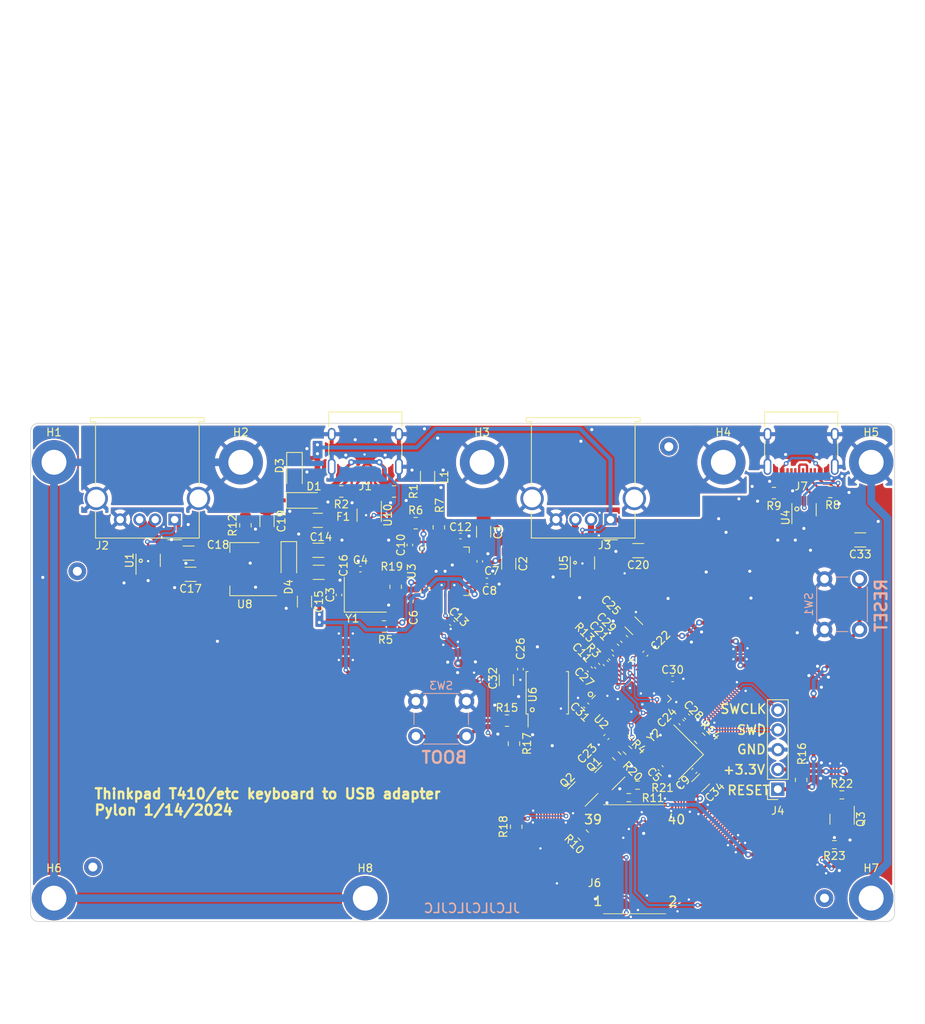
<source format=kicad_pcb>
(kicad_pcb (version 20221018) (generator pcbnew)
  (layers (0 "F.Cu" signal) (31 "B.Cu" signal) (34 "B.Paste" user) (35 "F.Paste" user) (36 "B.SilkS" user "B.Silkscreen") (37 "F.SilkS" user "F.Silkscreen") (38 "B.Mask" user) (39 "F.Mask" user) (44 "Edge.Cuts" user))
  (net 0 "")
  (net 1 "GND")
  (net 2 "+3V3")
  (net 3 "VBUS")
  (net 4 "GNDPWR")
  (net 5 "D1+")
  (net 6 "D1-")
  (net 7 "D2+")
  (net 8 "D2-")
  (net 9 "Net-(U3-XTALIN{slash}CLKIN)")
  (net 10 "Net-(U3-XTALOUT)")
  (net 11 "Net-(J1-CC1)")
  (net 13 "Net-(J1-CC2)")
  (net 15 "Net-(U3-RBIAS)")
  (net 16 "Net-(U3-SUSP_IND{slash}LOCAL_PWR{slash}NON_REM0)")
  (net 17 "Net-(U3-HS_IND{slash}CFG_SEL1)")
  (net 25 "D4+")
  (net 26 "D4-")
  (net 27 "D3+")
  (net 28 "D3-")
  (net 35 "DUP+")
  (net 36 "DUP-")
  (net 37 "SWD")
  (net 38 "SWCLK")
  (net 39 "HOTKEY")
  (net 40 "DRV4")
  (net 41 "SENSE5")
  (net 42 "DRV5")
  (net 43 "SENSE0")
  (net 44 "DRV8")
  (net 45 "SENSE3")
  (net 46 "Net-(J7-CC1)")
  (net 48 "Net-(J7-CC2)")
  (net 50 "Net-(U2-USB_DP)")
  (net 51 "+5V")
  (net 52 "DRV6")
  (net 53 "SENSE2")
  (net 54 "DRV3")
  (net 55 "SENSE4")
  (net 56 "/~{USB_BOOT}")
  (net 57 "DRV7")
  (net 58 "SENSE1")
  (net 59 "DRV2")
  (net 60 "SENSE6")
  (net 61 "DRV10")
  (net 62 "SENSE7")
  (net 63 "DRV1")
  (net 64 "PWRSWITCH")
  (net 65 "DRV9")
  (net 66 "LED-CAPS-LOCK")
  (net 67 "DRV0")
  (net 68 "LED-POWER")
  (net 69 "DRV11")
  (net 70 "DRV14")
  (net 71 "Net-(U2-XIN)")
  (net 72 "Net-(U2-XOUT)")
  (net 73 "+1V1")
  (net 74 "DRV12")
  (net 75 "RESET")
  (net 76 "DRV15")
  (net 77 "DRV13")
  (net 78 "LED-MIC-MUTE")
  (net 79 "TP4-RESET-5V")
  (net 80 "TP4-CLK-5V")
  (net 81 "TP4-DATA-5V")
  (net 83 "TP4-CLK-3V3")
  (net 86 "Net-(U2-USB_DM)")
  (net 87 "SD3")
  (net 88 "QSPI_CLK")
  (net 89 "SD0")
  (net 90 "SD2")
  (net 91 "SD1")
  (net 92 "CS")
  (net 93 "Net-(C9-Pad2)")
  (net 99 "TP4-DATA-3V3")
  (net 100 "TP4-RESET-3V3")
  (net 101 "LED-VOL-MUTE")
  (net 102 "KBDID2")
  (net 103 "KBDID1")
  (net 104 "KBDID0")
  (net 105 "Net-(U2-GPIO9)")
  (footprint "Capacitor_SMD:C_0402_1005Metric_Pad0.74x0.62mm_HandSolder" (layer "F.Cu") (at 28.39 33.244843 135)
    (fp_text reference "C31")
    (fp_text value "100nF")
  )
  (footprint "MountingHole:MountingHole_3.2mm_M3_ISO7380_Pad" (layer "F.Cu") (at 0 58)
    (fp_text reference "H8")
    (fp_text value "MountingHole_Pad")
  )
  (footprint "Capacitor_SMD:C_1206_3216Metric_Pad1.33x1.80mm_HandSolder" (layer "F.Cu") (at 34.5 23 135)
    (fp_text reference "C25")
    (fp_text value "10uF")
  )
  (footprint "Capacitor_SMD:C_1206_3216Metric_Pad1.33x1.80mm_HandSolder" (layer "F.Cu") (at -22.705 13.67 180)
    (fp_text reference "C18")
    (fp_text value "10uF")
  )
  (footprint "Package_TO_SOT_SMD:SOT-23-6" (layer "F.Cu") (at 56.37 8.0975 90)
    (fp_text reference "U4")
    (fp_text value "SRV05-4")
  )
  (footprint "Capacitor_SMD:C_0402_1005Metric_Pad0.74x0.62mm_HandSolder" (layer "F.Cu") (at 14.71 14.73 90)
    (fp_text reference "C7")
    (fp_text value "100nF")
  )
  (footprint "Inductor_SMD:L_1206_3216Metric" (layer "F.Cu") (at 8 4 90)
    (fp_text reference "L1")
    (fp_text value "60R@100MHz")
  )
  (footprint "Package_TO_SOT_SMD:SOT-23" (layer "F.Cu") (at 61.26 47.86 -90)
    (fp_text reference "Q3")
    (fp_text value "BSS138")
  )
  (footprint "Resistor_SMD:R_0603_1608Metric_Pad0.98x0.95mm_HandSolder" (layer "F.Cu") (at 33.69 39 -45)
    (fp_text reference "R4")
    (fp_text value "10K")
  )
  (footprint "Resistor_SMD:R_0603_1608Metric_Pad0.98x0.95mm_HandSolder" (layer "F.Cu") (at 34.98 43.484843)
    (fp_text reference "R21")
    (fp_text value "10K")
  )
  (footprint "Resistor_SMD:R_0805_2012Metric_Pad1.20x1.40mm_HandSolder" (layer "F.Cu") (at -15.4 10.1 90)
    (fp_text reference "R12")
    (fp_text value "100k")
  )
  (footprint "Resistor_SMD:R_0805_2012Metric_Pad1.20x1.40mm_HandSolder" (layer "F.Cu") (at 28 49.9 135)
    (fp_text reference "R10")
    (fp_text value "100")
  )
  (footprint "Capacitor_SMD:C_0402_1005Metric_Pad0.74x0.62mm_HandSolder" (layer "F.Cu") (at 29.788717 28.15356 135)
    (fp_text reference "C11")
    (fp_text value "100nF")
  )
  (footprint "Connector_USB:USB_A_Molex_67643_Horizontal" (layer "F.Cu") (at -24.5 9.36 180)
    (fp_text reference "J2")
    (fp_text value "USB_A")
  )
  (footprint "MountingHole:MountingHole_3.2mm_M3_ISO7380_Pad" (layer "F.Cu") (at 65 58)
    (fp_text reference "H7")
    (fp_text value "MountingHole_Pad")
  )
  (footprint "Resistor_SMD:R_0805_2012Metric_Pad1.20x1.40mm_HandSolder" (layer "F.Cu") (at 6.475 9.825)
    (fp_text reference "R6")
    (fp_text value "56k")
  )
  (footprint "Capacitor_SMD:C_1206_3216Metric_Pad1.33x1.80mm_HandSolder" (layer "F.Cu") (at -7.81 19.9 -90)
    (fp_text reference "C15")
    (fp_text value "10uF")
  )
  (footprint "Resistor_SMD:R_0805_2012Metric_Pad1.20x1.40mm_HandSolder" (layer "F.Cu") (at 19.39 48.82 90)
    (fp_text reference "R18")
    (fp_text value "100")
  )
  (footprint "Connector_USB:USB_C_Receptacle_HRO_TYPE-C-31-M-12" (layer "F.Cu") (at 56 -0.56 180)
    (fp_text reference "J7")
    (fp_text value "USB_C_Receptacle_USB2.0")
  )
  (footprint "Capacitor_SMD:C_1206_3216Metric_Pad1.33x1.80mm_HandSolder" (layer "F.Cu") (at -6.03 13.31)
    (fp_text reference "C14")
    (fp_text value "10uF")
  )
  (footprint "Package_TO_SOT_SMD:SOT-23-6" (layer "F.Cu") (at 0.5 8.8 -90)
    (fp_text reference "U10")
    (fp_text value "SRV05-4")
  )
  (footprint "Capacitor_SMD:C_0402_1005Metric_Pad0.74x0.62mm_HandSolder" (layer "F.Cu") (at 41.341573 34.67327 -45)
    (fp_text reference "C28")
    (fp_text value "100nF")
  )
  (footprint "Capacitor_SMD:C_1206_3216Metric_Pad1.33x1.80mm_HandSolder" (layer "F.Cu") (at -22.45 16.39 180)
    (fp_text reference "C17")
    (fp_text value "10uF")
  )
  (footprint "Capacitor_SMD:C_0402_1005Metric_Pad0.74x0.62mm_HandSolder" (layer "F.Cu") (at 42.281573 41.64327 45)
    (fp_text reference "C9")
    (fp_text value "22pF" hide)
  )
  (footprint "A-Thinkpad-USB-keyboard-footprints:JLCPCB-tooling-hole" (layer "F.Cu") (at -35 54)
    (fp_text reference "H12")
    (fp_text value "MountingHole")
  )
  (footprint "Capacitor_SMD:C_1206_3216Metric_Pad1.33x1.80mm_HandSolder" (layer "F.Cu") (at 63.595 11.975 180)
    (fp_text reference "C33")
    (fp_text value "10uF")
  )
  (footprint "Resistor_SMD:R_0805_2012Metric_Pad1.20x1.40mm_HandSolder" (layer "F.Cu") (at 52.5 5.96 180)
    (fp_text reference "R9")
    (fp_text value "56k")
  )
  (footprint "Diode_SMD:D_SOD-123" (layer "F.Cu") (at -7.8 6.9)
    (fp_text reference "D1")
    (fp_text value "SMF9.0CA")
  )
  (footprint "Resistor_SMD:R_0805_2012Metric_Pad1.20x1.40mm_HandSolder" (layer "F.Cu") (at 56 42.8 90)
    (fp_text reference "R16")
    (fp_text value "1k")
  )
  (footprint "Capacitor_SMD:C_1206_3216Metric_Pad1.33x1.80mm_HandSolder" (layer "F.Cu") (at -12.63 9.57 -90)
    (fp_text reference "C19")
    (fp_text value "10uF")
  )
  (footprint "Resistor_SMD:R_0805_2012Metric_Pad1.20x1.40mm_HandSolder" (layer "F.Cu") (at 59.74 5.81)
    (fp_text reference "R8")
    (fp_text value "56k")
  )
  (footprint "Resistor_SMD:R_0805_2012Metric_Pad1.20x1.40mm_HandSolder" (layer "F.Cu") (at 3.9 18 90)
    (fp_text reference "R19")
    (fp_text value "1M")
  )
  (footprint "Diode_SMD:D_SOD-123" (layer "F.Cu") (at -9.82 14.5525 -90)
    (fp_text reference "D4")
    (fp_text value "RB060M-60TR")
  )
  (footprint "Package_TO_SOT_SMD:SOT-223-3_TabPin2" (layer "F.Cu") (at -15.49 15.73 180)
    (fp_text reference "U8")
    (fp_text value "TLV1117-33")
  )
  (footprint "Capacitor_SMD:C_0603_1608Metric_Pad1.08x0.95mm_HandSolder" (layer "F.Cu") (at 33.263686 24.708427 135)
    (fp_text reference "C29")
    (fp_text value "1uF")
  )
  (footprint "MountingHole:MountingHole_3.2mm_M3_ISO7380_Pad" (layer "F.Cu") (at -40 58)
    (fp_text reference "H6")
    (fp_text value "MountingHole_Pad")
  )
  (footprint "Capacitor_SMD:C_0402_1005Metric_Pad0.74x0.62mm_HandSolder" (layer "F.Cu") (at 5.725 12.625 90)
    (fp_text reference "C10")
    (fp_text value "100nF")
  )
  (footprint "Capacitor_SMD:C_0402_1005Metric_Pad0.74x0.62mm_HandSolder" (layer "F.Cu") (at 31.6 27.074843 -45)
    (fp_text reference "R13")
    (fp_text value "27")
  )
  (footprint "Package_DFN_QFN:QFN-36-1EP_6x6mm_P0.5mm_EP3.7x3.7mm" (layer "F.Cu") (at 10.25 16 90)
    (fp_text reference "U3")
    (fp_text value "USB2514B_Bi")
  )
  (footprint "MountingHole:MountingHole_3.2mm_M3_ISO7380_Pad" (layer "F.Cu") (at 15 2)
    (fp_text reference "H3")
    (fp_text value "MountingHole_Pad")
  )
  (footprint "Crystal:Crystal_SMD_3225-4Pin_3.2x2.5mm_HandSoldering" (layer "F.Cu") (at 0 19)
    (fp_text reference "Y1")
    (fp_text value "Crystal_GND24")
  )
  (footprint "Capacitor_SMD:C_0402_1005Metric_Pad0.74x0.62mm_HandSolder" (layer "F.Cu") (at 15.63 17.25)
    (fp_text reference "C8")
    (fp_text value "100nF")
  )
  (footprint "Capacitor_SMD:C_0402_1005Metric_Pad0.74x0.62mm_HandSolder" (layer "F.Cu") (at 11.17 22.67 -45)
    (fp_text reference "C13")
    (fp_text value "100nF")
  )
  (footprint "Capacitor_SMD:C_0402_1005Metric_Pad0.74x0.62mm_HandSolder" (layer "F.Cu") (at 5.775 19.95 -90)
    (fp_text reference "C6")
    (fp_text value "100nF")
  )
  (footprint "Fuse:Fuse_1206_3216Metric" (layer "F.Cu") (at -6.1 9.46 180)
    (fp_text reference "F1")
    (fp_text value "ASMD1206-150")
  )
  (footprint "Resistor_SMD:R_0805_2012Metric_Pad1.20x1.40mm_HandSolder" (layer "F.Cu") (at 2.4 23.1)
    (fp_text reference "R5")
    (fp_text value "12k")
  )
  (footprint "Package_TO_SOT_SMD:SOT-23" (layer "F.Cu") (at 27.605336 44.626004 -135)
    (fp_text reference "Q2")
    (fp_text value "BSS138")
  )
  (footprint "Capacitor_SMD:C_0402_1005Metric_Pad0.74x0.62mm_HandSolder" (layer "F.Cu") (at 30.98 37.3 -135)
    (fp_text reference "C23")
    (fp_text value "100nF")
  )
  (footprint "Crystal:Crystal_SMD_3225-4Pin_3.2x2.5mm_HandSoldering" (layer "F.Cu") (at 39.951573 39.23327 135)
    (fp_text reference "Y2")
    (fp_text value "Crystal_GND24" hide)
  )
  (footprint "Capacitor_SMD:C_0805_2012Metric_Pad1.18x1.45mm_HandSolder" (layer "F.Cu") (at 19.1 38.1525 -90)
    (fp_text reference "R17")
    (fp_text value "DNI")
  )
  (footprint "Capacitor_SMD:C_0402_1005Metric_Pad0.74x0.62mm_HandSolder" (layer "F.Cu") (at 40.621573 35.39327 -45)
    (fp_text reference "C24")
    (fp_text value "100nF")
  )
  (footprint "Resistor_SMD:R_0805_2012Metric_Pad1.20x1.40mm_HandSolder" (layer "F.Cu") (at 18.2 35.19)
    (fp_text reference "R15")
    (fp_text value "1k")
  )
  (footprint "Diode_SMD:D_SOD-123" (layer "F.Cu") (at -9.1 3.1 -90)
    (fp_text reference "D3")
    (fp_text value "RB060M-60TR")
  )
  (footprint "Resistor_SMD:R_0805_2012Metric_Pad1.20x1.40mm_HandSolder" (layer "F.Cu") (at 42.961573 37.44327 135)
    (fp_text reference "R14")
    (fp_text value "1K")
  )
  (footprint "MountingHole:MountingHole_3.2mm_M3_ISO7380_Pad" (layer "F.Cu") (at 46 2)
    (fp_text reference "H4")
    (fp_text value "MountingHole_Pad")
  )
  (footprint "A-Thinkpad-USB-keyboard-footprints:JLCPCB-tooling-hole" (layer "F.Cu") (at 59 58)
    (fp_text reference "H10")
    (fp_text value "MountingHole")
  )
  (footprint "Package_SO:SOIC-8_5.23x5.23mm_P1.27mm" (layer "F.Cu") (at 23.38 31.614843 90)
    (fp_text reference "U6")
    (fp_text value "W25Q128JVS")
  )
  (footprint "Connector_USB:USB_A_Molex_67643_Horizontal" (layer "F.Cu") (at 31.5 9.36 180)
    (fp_text reference "J3")
    (fp_text value "USB_A")
  )
  (footprint "Capacitor_SMD:C_1206_3216Metric_Pad1.33x1.80mm_HandSolder" (layer "F.Cu") (at -5.99 16.14)
    (fp_text reference "C16")
    (fp_text value "10uF")
  )
  (footprint "MountingHole:MountingHole_3.2mm_M3_ISO7380_Pad" (layer "F.Cu") (at 65 2)
    (fp_text reference "H5")
    (fp_text value "MountingHole_Pad")
  )
  (footprint "Capacitor_SMD:C_1206_3216Metric_Pad1.33x1.80mm_HandSolder" (layer "F.Cu") (at 15.2 10.925 -90)
    (fp_text reference "C1")
    (fp_text value "10uF")
  )
  (footprint "Capacitor_SMD:C_0402_1005Metric_Pad0.74x0.62mm_HandSolder" (layer "F.Cu") (at 12.225 11.475)
    (fp_text reference "C12")
    (fp_text value "100nF")
  )
  (footprint "Resistor_SMD:R_0603_1608Metric_Pad0.98x0.95mm_HandSolder" (layer "F.Cu") (at 60.2675 51.13 180)
    (fp_text reference "R23")
    (fp_text value "10K")
  )
  (footprint "MountingHole:MountingHole_3.2mm_M3_ISO7380_Pad" (layer "F.Cu") (at -40 2)
    (fp_text reference "H1")
    (fp_text value "MountingHole_Pad")
  )
  (footprint "Capacitor_SMD:C_0402_1005Metric_Pad0.74x0.62mm_HandSolder" (layer "F.Cu") (at 39.48 29.824843)
    (fp_text reference "C30")
    (fp_text value "100nF" hide)
  )
  (footprint "Connector_USB:USB_C_Receptacle_HRO_TYPE-C-31-M-12" (layer "F.Cu") (at 0 -0.56 180)
    (fp_text reference "J1")
    (fp_text value "USB_C_Receptacle_USB2.0")
  )
  (footprint "Resistor_SMD:R_0805_2012Metric_Pad1.20x1.40mm_HandSolder" (layer "F.Cu") (at -3.08 5.75 180)
    (fp_text reference "R2")
    (fp_text value "5.1k")
  )
  (footprint "Capacitor_SMD:C_0402_1005Metric_Pad0.74x0.62mm_HandSolder" (layer "F.Cu") (at 28.838717 28.60356 135)
    (fp_text reference "C27")
    (fp_text value "100nF")
  )
  (footprint "Package_DFN_QFN:QFN-56-1EP_7x7mm_P0.4mm_EP3.2x3.2mm" (layer "F.Cu") (at 34.213686 32.389798 45)
    (fp_text reference "U2")
    (fp_text value "RP2040")
  )
  (footprint "Resistor_SMD:R_0603_1608Metric_Pad0.98x0.95mm_HandSolder" (layer "F.Cu") (at 61.2325 44.73)
    (fp_text reference "R22")
    (fp_text value "10K")
  )
  (footprint "Capacitor_SMD:C_0402_1005Metric_Pad0.74x0.62mm_HandSolder" (layer "F.Cu") (at -0.625 15.725)
    (fp_text reference "C4")
    (fp_text value "18pF")
  )
  (footprint "Capacitor_SMD:C_1206_3216Metric_Pad1.33x1.80mm_HandSolder" (layer "F.Cu") (at 18.12 29.9875 -90)
    (fp_text reference "C32")
    (fp_text value "10uF")
  )
  (footprint "Connector_PinSocket_2.54mm:PinSocket_1x05_P2.54mm_Vertical" (layer "F.Cu") (at 53 44 180)
    (fp_text reference "J4")
    (fp_text value "SWD")
  )
  (footprint "Capacitor_SMD:C_0402_1005Metric_Pad0.74x0.62mm_HandSolder" (layer "F.Cu") (at 19.93 28.584843 -90)
    (fp_text reference "C26")
    (fp_text value "100nF")
  )
  (footprint "Capacitor_SMD:C_0402_1005Metric_Pad0.74x0.62mm_HandSolder" (layer "F.Cu") (at -3.38 19.05 -90)
    (fp_text reference "C3")
    (fp_text value "18pF")
  )
  (footprint "Package_TO_SOT_SMD:SOT-23-6" (layer "F.Cu") (at 27.9 14.9375 90)
    (fp_text reference "U5")
    (fp_text value "SRV05-4")
  )
  (footprint "Resistor_SMD:R_0603_1608Metric_Pad0.98x0.95mm_HandSolder" (layer "F.Cu") (at 32.295235 39.730078 -45)
    (fp_text reference "R20")
    (fp_text value "10K")
  )
  (footprint "Capacitor_SMD:C_1206_3216Metric_Pad1.33x1.80mm_HandSolder" (layer "F.Cu") (at 43.09 43.18 45)
    (fp_text reference "C34")
    (fp_text value "10uF")
  )
  (footprint "Capacitor_SMD:C_1206_3216Metric_Pad1.33x1.80mm_HandSolder" (layer "F.Cu") (at 35.075 13.35 180)
    (fp_text reference "C20")
    (fp_text value "10uF")
  )
  (footprint "A-Thinkpad-USB-keyboard-footprints:Molex Slimstack 54363-0489" (layer "F.Cu") (at 34.6 53)
    (fp_text reference "J6")
    (fp_text value "Conn_02x20_Odd_Even_MountingPin")
  )
  (footprint "A-Thinkpad-USB-keyboard-footprints:JLCPCB-tooling-hole" (layer "F.Cu") (at 39 0)
    (fp_text reference "H9")
    (fp_text value "MountingHole")
  )
  (footprint "Resistor_SMD:R_0603_1608Metric_Pad0.98x0.95mm_HandSolder" (layer "F.Cu") (at 33.85 45.084843)
    (fp_text reference "R11")
    (fp_text value "10K")
  )
  (footprint "Capacitor_SMD:C_0402_1005Metric_Pad0.74x0.62mm_HandSolder" (layer "F.Cu") (at 35.98 26.594843 45)
    (fp_text reference "C22")
    (fp_text value "100nF")
  )
  (footprint "Capacitor_SMD:C_0603_1608Metric_Pad1.08x0.95mm_HandSolder" (layer "F.Cu") (at 32.113686 25.808427 135)
    (fp_text reference "C21")
    (fp_text value "1uF")
  )
  (footprint "Resistor_SMD:R_0805_2012Metric_Pad1.20x1.40mm_HandSolder" (layer "F.Cu") (at 3.7 5.75)
    (fp_text reference "R1")
    (fp_text value "5.1k")
  )
  (footprint "Package_TO_SOT_SMD:SOT-23-6" (layer "F.Cu") (at -27.9 14.6 90)
    (fp_text reference "U1")
    (fp_text value "SRV05-4")
  )
  (footprint "Capacitor_SMD:C_0402_1005Metric_Pad0.74x0.62mm_HandSolder" (layer "F.Cu") (at 30.89 27.794843 -45)
    (fp_text reference "R3")
    (fp_text value "27")
  )
  (footprint "Package_TO_SOT_SMD:SOT-23" (layer "F.Cu") (at 31.07 42.504843 -135)
    (fp_text reference "Q1")
    (fp_text value "BSS138")
  )
  (footprint "Capacitor_SMD:C_0402_1005Metric_Pad0.74x0.62mm_HandSolder" (layer "F.Cu") (at 37.942856 41.294553 135)
    (fp_text reference "C5")
    (fp_text value "22pF")
  )
  (footprint "MountingHole:MountingHole_3.2mm_M3_ISO7380_Pad" (layer "F.Cu") (at -16 2)
    (fp_text reference "H2")
    (fp_text value "MountingHole_Pad")
  )
  (footprint "Capacitor_SMD:C_1206_3216Metric_Pad1.33x1.80mm_HandSolder" (layer "F.Cu") (at 18.43 15.04 -90)
    (fp_text reference "C2")
    (fp_text value "10uF")
  )
  (footprint "Resistor_SMD:R_0805_2012Metric_Pad1.20x1.40mm_HandSolder" (layer "F.Cu") (at 9.45 10.35 -90)
    (fp_text reference "R7")
    (fp_text value "56k")
  )
  (footprint "A-Thinkpad-USB-keyboard-footprints:JLCPCB-tooling-hole" (layer "F.Cu") (at -37 16)
    (fp_text reference "H11")
    (fp_text value "MountingHole")
  )
  (footprint "Button_Switch_THT:SW_PUSH_6mm_H5mm" (layer "B.Cu") (at 13 32.7 180)
    (fp_text reference "SW3")
    (fp_text value "SW_Push")
  )
  (footprint "Button_Switch_THT:SW_PUSH_6mm_H5mm" (layer "B.Cu") (at 59 17 -90)
    (fp_text reference "SW1")
    (fp_text value "SW_Push")
  )
  (gr_circle (center 26.95 14.9) (end 26.925 14.725) (stroke (width 0.15)) (fill none) (layer "F.SilkS"))
  (gr_circle (center -28.85 14.65) (end -28.8 14.45) (stroke (width 0.15)) (fill none) (layer "F.SilkS"))
  (gr_circle (center 28.931573 31.81327) (end 29.081573 31.56327) (stroke (width 0.15)) (fill none) (layer "F.SilkS"))
  (gr_circle (center 55.45 8) (end 55.45 7.75) (stroke (width 0.15)) (fill none) (layer "F.SilkS"))
  (gr_circle (center 21.45 33.8) (end 21.45 33.55) (stroke (width 0.15)) (fill none) (layer "F.SilkS"))
  (gr_circle (center 8.196923 18.15) (end 8.171923 18.05) (stroke (width 0.15)) (fill none) (layer "F.SilkS"))
  (gr_arc (start -43 -2) (mid -42.707107 -2.707107) (end -42 -3) (stroke (width 0.1)) (layer "Edge.Cuts"))
  (gr_arc (start -42 61) (mid -42.707107 60.707107) (end -43 60) (stroke (width 0.1)) (layer "Edge.Cuts"))
  (gr_arc (start 67 -3) (mid 67.707107 -2.707107) (end 68 -2) (stroke (width 0.1)) (layer "Edge.Cuts"))
  (gr_line (start 67 -3) (end -42 -3) (stroke (width 0.1)) (layer "Edge.Cuts"))
  (gr_line (start 68 60) (end 68 -2) (stroke (width 0.1)) (layer "Edge.Cuts"))
  (gr_arc (start 68 60) (mid 67.707107 60.707107) (end 67 61) (stroke (width 0.1)) (layer "Edge.Cuts"))
  (gr_line (start -42 61) (end 67 61) (stroke (width 0.1)) (layer "Edge.Cuts"))
  (gr_line (start -43 -2) (end -43 60) (stroke (width 0.1)) (layer "Edge.Cuts"))
  (gr_text "BOOT" (at 13.25 40.8) (layer "B.SilkS") (effects (font (size 1.5 1.5) (thickness 0.3) bold) (justify left bottom mirror)))
  (gr_text "JLCJLCJLCJLC" (at 20 60) (layer "B.SilkS") (effects (font (size 1.2 1.2) (thickness 0.2) bold) (justify left bottom mirror)))
  (gr_text "RESET" (at 67.15 16.8 90) (layer "B.SilkS") (effects (font (size 1.5 1.5) (thickness 0.3) bold) (justify left bottom mirror)))
  (gr_text "RESET" (at 46.4 44.85) (layer "F.SilkS") (effects (font (size 1.2 1.2) (thickness 0.2) bold) (justify left bottom)))
  (gr_text "+3.3V" (at 45.85 42.2) (layer "F.SilkS") (effects (font (size 1.2 1.2) (thickness 0.2) bold) (justify left bottom)))
  (gr_text "SWD" (at 47.65 37.1) (layer "F.SilkS") (effects (font (size 1.2 1.2) (thickness 0.2) bold) (justify left bottom)))
  (gr_text "Thinkpad T410/etc keyboard to USB adapter\nPylon 1/14/2024" (at -34.95 47.45) (layer "F.SilkS") (effects (font (size 1.3 1.3) (thickness 0.3) bold) (justify left bottom)))
  (gr_text "SWCLK" (at 45.5 34.4) (layer "F.SilkS") (effects (font (size 1.2 1.2) (thickness 0.2) bold) (justify left bottom)))
  (gr_text "GND" (at 47.65 39.6) (layer "F.SilkS") (effects (font (size 1.2 1.2) (thickness 0.2) bold) (justify left bottom)))
  (segment (start 44.666789 35.266789) (end 44.85 35.45) (width 0.2) (layer "F.Cu") (net 1))
  (segment (start 40.86 29.824843) (end 40.87 29.814843) (width 0.2) (layer "F.Cu") (net 1))
  (segment (start 0.5 8.4) (end 0.1 8.8) (width 0.3) (layer "F.Cu") (net 1))
  (segment (start 29.851826 22.6058) (end 31.217626 21.24) (width 0.18) (layer "F.Cu") (net 1))
  (segment (start 28.75946 19.9686) (end 32.45806 16.27) (width 0.18) (layer "F.Cu") (net 1))
  (segment (start 19.090938 23.766983) (end 20.252121 22.6058) (width 0.18) (layer "F.Cu") (net 1))
  (segment (start -3.25 4.05) (end -3.25 3.485) (width 0.5) (layer "F.Cu") (net 1))
  (segment (start 38.601631 49.75) (end 39.5376 48.814031) (width 0.2) (layer "F.Cu") (net 1))
  (segment (start 32.64673 21.24) (end 33.695146 22.288416) (width 0.18) (layer "F.Cu") (net 1))
  (segment (start 33.144843 50.25) (end 33.15 50.244843) (width 0.3) (layer "F.Cu") (net 1))
  (segment (start 36.82 36.84) (end 36.83 36.85) (width 0.2) (layer "F.Cu") (net 1))
  (segment (start 34.1 32.5) (end 34.213686 32.389798) (width 0.2) (layer "F.Cu") (net 1))
  (segment (start 10.97 23.41) (end 10.86 23.5) (width 0.3) (layer "F.Cu") (net 1))
  (segment (start 10.425 16) (end 11.65 17.225) (width 0.3) (layer "F.Cu") (net 1))
  (segment (start 36.82 36.410325) (end 36.82 36.84) (width 0.2) (layer "F.Cu") (net 1))
  (segment (start 12.129803 21.129803) (end 17.998583 21.129803) (width 0.18) (layer "F.Cu") (net 1))
  (segment (start 30.441283 37.576414) (end 30.441283 37.74356) (width 0.2) (layer "F.Cu") (net 1))
  (segment (start 10.25 16) (end 10.425 16) (width 0.3) (layer "F.Cu") (net 1))
  (segment (start 25.285 35.214843) (end 25.285 33.799843) (width 0.5) (layer "F.Cu") (net 1))
  (segment (start 35.793686 49.708427) (end 35.763686 49.678427) (width 0.2) (layer "F.Cu") (net 1))
  (segment (start 40.163705 41.071748) (end 38.968227 41.071748) (width 0.5) (layer "F.Cu") (net 1))
  (segment (start 39.5376 48.7) (end 39.5376 47.8376) (width 0.2) (layer "F.Cu") (net 1))
  (segment (start 39.96 32.81) (end 40.18 32.59) (width 0.2) (layer "F.Cu") (net 1))
  (segment (start 10.86 23.5) (end 11.08 23.55) (width 0.3) (layer "F.Cu") (net 1))
  (segment (start 40.907485 41.071748) (end 41.88029 42.044553) (width 0.5) (layer "F.Cu") (net 1))
  (segment (start 45.03 35.45) (end 45.179164 35.599164) (width 0.2) (layer "F.Cu") (net 1))
  (segment (start 41.412856 35.404553) (end 41.742856 35.074553) (width 0.5) (layer "F.Cu") (net 1))
  (segment (start 10.25 16) (end 10.25 15.45) (width 0.5) (layer "F.Cu") (net 1))
  (segment (start 38.968227 41.071748) (end 38.344139 41.695836) (width 0.5) (layer "F.Cu") (net 1))
  (segment (start 34.18 33.770325) (end 34.213686 33.804011) (width 0.2) (layer "F.Cu") (net 1))
  (segment (start 45.179164 36.780836) (end 44.81 37.15) (width 0.2) (layer "F.Cu") (net 1))
  (segment (start 32.45806 16.27) (end 33.32 16.27) (width 0.18) (layer "F.Cu") (net 1))
  (segment (start 31.217626 21.24) (end 32.64673 21.24) (width 0.18) (layer "F.Cu") (net 1))
  (segment (start 34.213686 33.804011) (end 34.1 32.5) (width 0.2) (layer "F.Cu") (net 1))
  (segment (start 34.469675 34.06) (end 34.18 34.06) (width 0.2) (layer "F.Cu") (net 1))
  (segment (start 35.937259 35.527584) (end 36.82 36.410325) (width 0.2) (layer "F.Cu") (net 1))
  (segment (start 19.93 29.152343) (end 19.93 29.944843) (width 0.5) (layer "F.Cu") (net 1))
  (segment (start 10.25 17.25) (end 9.5 18) (width 0.3) (layer "F.Cu") (net 1))
  (segment (start 39.5376 48.814031) (end 39.5376 48.7) (width 0.2) (layer "F.Cu") (net 1))
  (segment (start 34.18 34.06) (end 34.18 33.770325) (width 0.2) (layer "F.Cu") (net 1))
  (segment (start 11.9 20.9) (end 12.129803 21.129803) (width 0.18) (layer "F.Cu") (net 1))
  (segment (start 10.25 16.827759) (end 11.402166 17.979925) (width 0.3) (layer "F.Cu") (net 1))
  (segment (start 31.5 50.25) (end 33.144843 50.25) (width 0.3) (layer "F.Cu") (net 1))
  (segment (start -4.105 5.66) (end -4.105 4.905) (width 0.5) (layer "F.Cu") (net 1))
  (segment (start 39.5376 47.8376) (end 39.3 47.6) (width 0.2) (layer "F.Cu") (net 1))
  (segment (start 45.179164 35.599164) (end 45.179164 36.780836) (width 0.2) (layer "F.Cu") (net 1))
  (segment (start 39.739441 37.394792) (end 39.420195 37.075546) (width 0.5) (layer "F.Cu") (net 1))
  (segment (start 30.568717 37.701283) (end 29.99 38.28) (width 0.2) (layer "F.Cu") (net 1))
  (segment (start 37.7 49.75) (end 38.601631 49.75) (width 0.2) (layer "F.Cu") (net 1))
  (segment (start 19.159786 19.9686) (end 27.359786 19.9686) (width 0.18) (layer "F.Cu") (net 1))
  (segment (start 42.386789 32.59) (end 44.666789 34.87) (width 0.2) (layer "F.Cu") (net 1))
  (segment (start 0.5 7.6625) (end 0.5 8.4) (width 0.3) (layer "F.Cu") (net 1))
  (segment (start 39.420195 37.075546) (end 37.951528 37.075546) (width 0.5) (layer "F.Cu") (net 1))
  (segment (start 41.724139 35.09327) (end 42.721573 35.09327) (width 0.5) (layer "F.Cu") (net 1))
  (segment (start 10.25 16) (end 10.25 16.827759) (width 0.3) (layer "F.Cu") (net 1))
  (segment (start 10.25 15.45) (end 10.3 15.4) (width 0.5) (layer "F.Cu") (net 1))
  (segment (start 35.937259 35.527584) (end 34.469675 34.06) (width 0.2) (layer "F.Cu") (net 1))
  (segment (start 11.571283 23.071283) (end 11.558717 23.071283) (width 0.3) (layer "F.Cu") (net 1))
  (segment (start 20.252121 22.6058) (end 29.851826 22.6058) (width 0.18) (layer "F.Cu") (net 1))
  (segment (start 10.25 16) (end 10.25 17.25) (width 0.3) (layer "F.Cu") (net 1))
  (segment (start 17.998583 21.129803) (end 19.159786 19.9686) (width 0.18) (layer "F.Cu") (net 1))
  (segment (start 11.571283 23.071283) (end 12.266983 23.766983) (width 0.18) (layer "F.Cu") (net 1))
  (segment (start 44.85 35.45) (end 45.03 35.45) (width 0.2) (layer "F.Cu") (net 1))
  (segment (start 41.022856 35.794553) (end 41.412856 35.404553) (width 0.5) (layer "F.Cu") (net 1))
  (segment (start 11.558717 23.071283) (end 10.97 23.41) (width 0.3) (layer "F.Cu") (net 1))
  (segment (start 40.18 32.59) (end 42.386789 32.59) (width 0.2) (layer "F.Cu") (net 1))
  (segment (start 27.359786 19.9686) (end 28.75946 19.9686) (width 0.18) (layer "F.Cu") (net 1))
  (segment (start 44.666789 34.87) (end 44.666789 35.266789) (width 0.2) (layer "F.Cu") (net 1))
  (segment (start 12.266983 23.766983) (end 19.090938 23.766983) (width 0.18) (layer "F.Cu") (net 1))
  (segment (start 19.93 29.944843) (end 19.92 29.954843) (width 0.5) (layer "F.Cu") (net 1))
  (segment (start 41.412856 35.404553) (end 41.724139 35.09327) (width 0.5) (layer "F.Cu") (net 1))
  (segment (start 25.285 33.799843) (end 25.13 33.644843) (width 0.5) (layer "F.Cu") (net 1))
  (segment (start 40.0475 29.824843) (end 40.86 29.824843) (width 0.2) (layer "F.Cu") (net 1))
  (segment (start 40.163705 41.071748) (end 40.907485 41.071748) (width 0.5) (layer "F.Cu") (net 1))
  (segment (start 37.313686 49.708427) (end 35.793686 49.708427) (width 0.2) (layer "F.Cu") (net 1))
  (segment (start -4.105 4.905) (end -3.25 4.05) (width 0.5) (layer "F.Cu") (net 1))
  (segment (start 30.578717 37.701283) (end 30.568717 37.701283) (width 0.2) (layer "F.Cu") (net 1))
  (via (at -24.5 18.1) (size 0.8) (drill 0.4) (layers "F.Cu" "B.Cu") (net 1))
  (via (at 34.21 41.03) (size 0.8) (drill 0.4) (layers "F.Cu" "B.Cu") (net 1))
  (via (at 11.44 17.78) (size 0.6) (drill 0.3) (layers "F.Cu" "B.Cu") (net 1))
  (via (at 59.5 29.6) (size 0.8) (drill 0.4) (layers "F.Cu" "B.Cu") (net 1))
  (via (at 19.7 32.1) (size 0.8) (drill 0.4) (layers "F.Cu" "B.Cu") (net 1))
  (via (at 65.9 9.6) (size 0.8) (drill 0.4) (layers "F.Cu" "B.Cu") (net 1))
  (via (at 47.3 27.3) (size 0.6) (drill 0.3) (layers "F.Cu" "B.Cu") (net 1))
  (via (at 30.1 8.5) (size 0.6) (drill 0.3) (layers "F.Cu" "B.Cu") (net 1))
  (via (at 59.2 54.8) (size 0.6) (drill 0.3) (layers "F.Cu" "B.Cu") (net 1))
  (via (at 22.11 25.71) (size 0.8) (drill 0.4) (layers "F.Cu" "B.Cu") (net 1))
  (via (at 49.1 25.9) (size 0.6) (drill 0.3) (layers "F.Cu" "B.Cu") (net 1))
  (via (at 43.2 23.8) (size 0.8) (drill 0.4) (layers "F.Cu" "B.Cu") (net 1))
  (via (at 10.25 16) (size 0.8) (drill 0.4) (layers "F.Cu" "B.Cu") (net 1))
  (via (at 49.4 16) (size 0.8) (drill 0.4) (layers "F.Cu" "B.Cu") (net 1))
  (via (at 62.28 50.53) (size 0.8) (drill 0.4) (layers "F.Cu" "B.Cu") (net 1))
  (via (at 34 31) (size 0.6) (drill 0.3) (layers "F.Cu" "B.Cu") (net 1))
  (via (at 31.44 23.94) (size 0.6) (drill 0.3) (layers "F.Cu" "B.Cu") (net 1))
  (via (at 32.44 32.42) (size 0.6) (drill 0.3) (layers "F.Cu" "B.Cu") (net 1))
  (via (at 50.62 35.66) (size 0.6) (drill 0.3) (layers "F.Cu" "B.Cu") (net 1))
  (via (at 48.87 31.37) (size 0.6) (drill 0.3) (layers "F.Cu" "B.Cu") (net 1))
  (via (at 9.81 17.77) (size 0.6) (drill 0.3) (layers "F.Cu" "B.Cu") (net 1))
  (via (at 11.9 20.9) (size 0.6) (drill 0.3) (layers "F.Cu" "B.Cu") (net 1))
  (via (at 13.97 29.03) (size 0.6) (drill 0.3) (layers "F.Cu" "B.Cu") (net 1))
  (via (at 58.1 53.7) (size 0.6) (drill 0.3) (layers "F.Cu" "B.Cu") (net 1))
  (via (at 42.8 47.2) (size 0.6) (drill 0.3) (layers "F.Cu" "B.Cu") (net 1))
  (via (at 41.57 58.17) (size 0.6) (drill 0.3) (layers "F.Cu" "B.Cu") (net 1))
  (via (at 24.02 38.41) (size 0.8) (drill 0.4) (layers "F.Cu" "B.Cu") (net 1))
  (via (at 41.7 46.9) (size 0.6) (drill 0.3) (layers "F.Cu" "B.Cu") (net 1))
  (via (at 61.25 3.8) (size 0.8) (drill 0.4) (layers "F.Cu" "B.Cu") (net 1))
  (via (at 35.03 59.52) (size 0.6) (drill 0.3) (layers "F.Cu" "B.Cu") (net 1))
  (via (at -24.9 11.95) (size 0.8) (drill 0.4) (layers "F.Cu" "B.Cu") (net 1))
  (via (at 49.55 19.45) (size 0.8) (drill 0.4) (layers "F.Cu" "B.Cu") (net 1))
  (via (at -41.4375 16.79) (size 0.8) (drill 0.4) (layers "F.Cu" "B.Cu") (net 1))
  (via (at 9.72 5.25) (size 0.8) (drill 0.4) (layers "F.Cu" "B.Cu") (net 1))
  (via (at -27.9 14.7) (size 0.6) (drill 0.3) (layers "F.Cu" "B.Cu") (net 1))
  (via (at 21.57 46.76) (size 0.6) (drill 0.3) (layers "F.Cu" "B.Cu") (net 1))
  (via (at 5.25 6.91) (size 0.8) (drill 0.4) (layers "F.Cu" "B.Cu") (net 1))
  (via (at 44 46) (size 0.6) (drill 0.3) (layers "F.Cu" "B.Cu") (net 1))
  (via (at 57 29.4) (size 0.8) (drill 0.4) (layers "F.Cu" "B.Cu") (net 1))
  (via (at -3.4 24) (size 0.6) (drill 0.3) (layers "F.Cu" "B.Cu") (net 1))
  (via (at 21.5 37) (size 0.8) (drill 0.4) (layers "F.Cu" "B.Cu") (net 1))
  (via (at 29.57 58.1) (size 0.8) (drill 0.4) (layers "F.Cu" "B.Cu") (net 1))
  (via (at 16.63 33.2) (size 0.8) (drill 0.4) (layers "F.Cu" "B.Cu") (net 1))
  (via (at 47.9 49.9) (size 0.6) (drill 0.3) (layers "F.Cu" "B.Cu") (net 1))
  (via (at 38.9 19.5) (size 0.8) (drill 0.4) (layers "F.Cu" "B.Cu") (net 1))
  (via (at 22.5 51.61) (size 0.6) (drill 0.3) (layers "F.Cu" "B.Cu") (net 1))
  (via (at 3 12) (size 0.8) (drill 0.4) (layers "F.Cu" "B.Cu") (net 1))
  (via (at 50.64 37.1) (size 0.6) (drill 0.3) (layers "F.Cu" "B.Cu") (net 1))
  (via (at 40.11 59.69) (size 0.6) (drill 0.3) (layers "F.Cu" "B.Cu") (net 1))
  (via (at 19.92 29.954843) (size 0.6) (drill 0.3) (layers "F.Cu" "B.Cu") (net 1))
  (via (at 49.7 5.1) (size 0.8) (drill 0.4) (layers "F.Cu" "B.Cu") (net 1))
  (via (at -27.9 17.2) (size 0.8) (drill 0.4) (layers "F.Cu" "B.Cu") (net 1))
  (via (at 39.3 46.8) (size 0.6) (drill 0.3) (layers "F.Cu" "B.Cu") (net 1))
  (via (at 47.3 26) (size 0.6) (drill 0.3) (layers "F.Cu" "B.Cu") (net 1))
  (via (at 47.6 52.1) (size 0.6) (drill 0.3) (layers "F.Cu" "B.Cu") (net 1))
  (via (at -31 17.5) (size 0.8) (drill 0.4) (layers "F.Cu" "B.Cu") (net 1))
  (via (at 59.7 42.6) (size 0.6) (drill 0.3) (layers "F.Cu" "B.Cu") (net 1))
  (via (at 15.75 13.75) (size 0.8) (drill 0.4) (layers "F.Cu" "B.Cu") (net 1))
  (via (at -3 12) (size 0.8) (drill 0.4) (layers "F.Cu" "B.Cu") (net 1))
  (via (at -10.16 20.76) (size 0.8) (drill 0.4) (layers "F.Cu" "B.Cu") (net 1))
  (via (at 35.4 31.7) (size 0.6) (drill 0.3) (layers "F.Cu" "B.Cu") (net 1))
  (via (at 25.13 33.644843) (size 0.6) (drill 0.3) (layers "F.Cu" "B.Cu") (net 1))
  (via (at 17.03 36.92) (size 0.8) (drill 0.4) (layers "F.Cu" "B.Cu") (net 1))
  (via (at 46.35 11) (size 0.8) (drill 0.4) (layers "F.Cu" "B.Cu") (net 1))
  (via (at -0.9 14.7) (size 0.8) (drill 0.4) (layers "F.Cu" "B.Cu") (net 1))
  (via (at 55.5 23.9) (size 0.8) (drill 0.4) (layers "F.Cu" "B.Cu") (net 1))
  (via (at 32.7 43.95) (size 0.8) (drill 0.4) (layers "F.Cu" "B.Cu") (net 1))
  (via (at 48 6.7) (size 0.8) (drill 0.4) (layers "F.Cu" "B.Cu") (net 1))
  (via (at 46.6 51.2) (size 0.6) (drill 0.3) (layers "F.Cu" "B.Cu") (net 1))
  (via (at 32.2 13.45) (size 0.8) (drill 0.4) (layers "F.Cu" "B.Cu") (net 1))
  (via (at -8.56 11.22) (size 0.8) (drill 0.4) (layers "F.Cu" "B.Cu") (net 1))
  (via (at -19 25) (size 0.8) (drill 0.4) (layers "F.Cu" "B.Cu") (net 1))
  (via (at 16.375 15.975) (size 0.8) (drill 0.4) (layers "F.Cu" "B.Cu") (net 1))
  (via (at 15.91 29.92) (size 0.6) (drill 0.3) (layers "F.Cu" "B.Cu") (net 1))
  (via (at -14.1 18.05) (size 0.8) (drill 0.4) (layers "F.Cu" "B.Cu") (net 1))
  (via (at 21.54 48.28) (size 0.6) (drill 0.3) (layers "F.Cu" "B.Cu") (net 1))
  (via (at 39.3 47.6) (size 0.6) (drill 0.3) (layers "F.Cu" "B.Cu") (net 1))
  (via (at 41.9 25.1) (size 0.8) (drill 0.4) (layers "F.Cu" "B.Cu") (net 1))
  (via (at 56.35 10.5) (size 0.8) (drill 0.4) (layers "F.Cu" "B.Cu") (net 1))
  (via (at 61.1 42.6) (size 0.6) (drill 0.3) (layers "F.Cu" "B.Cu") (net 1))
  (via (at 31.05 45.75) (size 0.8) (drill 0.4) (layers "F.Cu" "B.Cu") (net 1))
  (via (at 9.1 16) (size 0.8) (drill 0.4) (layers "F.Cu" "B.Cu") (net 1))
  (via (at 14.15 27.64) (size 0.8) (drill 0.4) (layers "F.Cu" "B.Cu") (net 1))
  (via (at 13.325 11.475) (size 0.8) (drill 0.4) (layers "F.Cu" "B.Cu") (net 1))
  (via (at -4.8 7.1) (size 0.8) (drill 0.4) (layers "F.Cu" "B.Cu") (net 1))
  (via (at 35.763686 49.678427) (size 0.8) (drill 0.4) (layers "F.Cu" "B.Cu") (net 1))
  (via (at -22.75 10) (size 0.8) (drill 0.4) (layers "F.Cu" "B.Cu") (net 1))
  (via (at -25.9 10.3) (size 0.6) (drill 0.3) (layers "F.Cu" "B.Cu") (net 1))
  (via (at -1.6 27.4) (size 0.6) (drill 0.3) (layers "F.Cu" "B.Cu") (net 1))
  (via (at 36.19 57.66) (size 0.6) (drill 0.3) (layers "F.Cu" "B.Cu") (net 1))
  (via (at 47.74 30.25) (size 0.6) (drill 0.3) (layers "F.Cu" "B.Cu") (net 1))
  (via (at 0.1 8.8) (size 0.6) (drill 0.3) (layers "F.Cu" "B.Cu") (net 1))
  (via (at 48.8 50.9) (size 0.6) (drill 0.3) (layers "F.Cu" "B.Cu") (net 1))
  (via (at 37.1 31.7) (size 0.6) (drill 0.3) (layers "F.Cu" "B.Cu") (net 1))
  (via (at -14.79 14.96) (size 0.8) (drill 0.4) (layers "F.Cu" "B.Cu") (net 1))
  (via (at 42.721573 35.09327) (size 0.8) (drill 0.4) (layers "F.Cu" "B.Cu") (net 1))
  (via (at -1.6 24) (size 0.6) (drill 0.3) (layers "F.Cu" "B.Cu") (net 1))
  (via (at 34.77 21.24) (size 0.6) (drill 0.3) (layers "F.Cu" "B.Cu") (net 1))
  (via (at 44.81 37.15) (size 0.6) (drill 0.3) (layers "F.Cu" "B.Cu") (net 1))
  (via (at 10.02 25.45) (size 0.6) (drill 0.3) (layers "F.Cu" "B.Cu") (net 1))
  (via (at -3.4 27.4) (size 0.6) (drill 0.3) (layers "F.Cu" "B.Cu") (net 1))
  (via (at 51.95 4.45) (size 0.8) (drill 0.4) (layers "F.Cu" "B.Cu") (net 1))
  (via (at 56.8 40.6) (size 0.6) (drill 0.3) (layers "F.Cu" "B.Cu") (net 1))
  (via (at 3 20.35) (size 0.8) (drill 0.4) (layers "F.Cu" "B.Cu") (net 1))
  (via (at 24.13 16.73) (size 0.8) (drill 0.4) (layers "F.Cu" "B.Cu") (net 1))
  (via (at -14.11 10.59) (size 0.8) (drill 0.4) (layers "F.Cu" "B.Cu") (net 1))
  (via (at 30 11.4) (size 0.6) (drill 0.3) (layers "F.Cu" "B.Cu") (net 1))
  (via (at 59.7 40.7) (size 0.6) (drill 0.3) (layers "F.Cu" "B.Cu") (net 1))
  (via (at 58.6 40.6) (size 0.8) (drill 0.4) (layers "F.Cu" "B.Cu") (net 1))
  (via (at 45.4 9.25) (size 0.8) (drill 0.4) (layers "F.Cu" "B.Cu") (net 1))
  (via (at 3.25 7.2) (size 0.8) (drill 0.4) (layers "F.Cu" "B.Cu") (net 1))
  (via (at 58.5 42.6) (size 0.8) (drill 0.4) (layers "F.Cu" "B.Cu") (net 1))
  (via (at 33.15 50.244843) (size 0.6) (drill 0.3) (layers "F.Cu" "B.Cu") (net 1))
  (via (at 61.1 40.7) (size 0.6) (drill 0.3) (layers "F.Cu" "B.Cu") (net 1))
  (via (at -3.25 17.15) (size 0.8) (drill 0.4) (layers "F.Cu" "B.Cu") (net 1))
  (via (at 27.33 32.27) (size 0.6) (drill 0.3) (layers "F.Cu" "B.Cu") (net 1))
  (via (at 28.13 27.17) (size 0.6) (drill 0.3) (layers "F.Cu" "B.Cu") (net 1))
  (via (at -23.05 14.97) (size 0.8) (drill 0.4) (layers "F.Cu" "B.Cu") (net 1))
  (via (at 39.96 32.81) (size 0.6) (drill 0.3) (layers "F.Cu" "B.Cu") (net 1))
  (via (at 29.99 38.28) (size 0.6) (drill 0.3) (layers "F.Cu" "B.Cu") (net 1))
  (via (at 17.2 17.65) (size 0.8) (drill 0.4) (layers "F.Cu" "B.Cu") (net 1))
  (via (at 40.4 43.8) (size 0.6) (drill 0.3) (layers "F.Cu" "B.Cu") (net 1))
  (via (at 38.5 45.2) (size 0.6) (drill 0.3) (layers "F.Cu" "B.Cu") (net 1))
  (via (at 43.8 16.1) (size 0.8) (drill 0.4) (layers "F.Cu" "B.Cu") (net 1))
  (via (at 58.1 28.2) (size 0.8) (drill 0.4) (layers "F.Cu" "B.Cu") (net 1))
  (via (at 11.89 25.07) (size 0.6) (drill 0.3) (layers "F.Cu" "B.Cu") (net 1))
  (via (at 27.9 15) (size 0.6) (drill 0.3) (layers "F.Cu" "B.Cu") (net 1))
  (via (at 55.25 12) (size 0.8) (drill 0.4) (layers "F.Cu" "B.Cu") (net 1))
  (via (at 53 12) (size 0.8) (drill 0.4) (layers "F.Cu" "B.Cu") (net 1))
  (via (at 60.9 54.45) (size 0.8) (drill 0.4) (layers "F.Cu" "B.Cu") (net 1))
  (via (at 57.2 13.3) (size 0.8) (drill 0.4) (layers "F.Cu" "B.Cu") (net 1))
  (via (at 27.54 19.39) (size 0.8) (drill 0.4) (layers "F.Cu" "B.Cu") (net 1))
  (via (at 39.1 42.3) (size 0.8) (drill 0.4) (layers "F.Cu" "B.Cu") (net 1))
  (via (at 50.4 7) (size 0.8) (drill 0.4) (layers "F.Cu" "B.Cu") (net 1))
  (via (at -1.7 7.2) (size 0.8) (drill 0.4) (layers "F.Cu" "B.Cu") (net 1))
  (via (at 34.12 60.4) (size 0.6) (drill 0.3) (layers "F.Cu" "B.Cu") (net 1))
  (via (at 37.951528 37.075546) (size 0.6) (drill 0.3) (layers "F.Cu" "B.Cu") (net 1))
  (via (at 11.175 15.2) (size 0.8) (drill 0.4) (layers "F.Cu" "B.Cu") (net 1))
  (via (at 11.86 29.02) (size 0.8) (drill 0.4) (layers "F.Cu" "B.Cu") (net 1))
  (via (at 40.87 29.814843) (size 0.6) (drill 0.3) (layers "F.Cu" "B.Cu") (net 1))
  (via (at 44.85 35.45) (size 0.6) (drill 0.3) (layers "F.Cu" "B.Cu") (net 1))
  (via (at 58.6 30.9) (size 0.8) (drill 0.4) (layers "F.Cu" "B.Cu") (net 1))
  (via (at 54.9 5.67) (size 0.8) (drill 0.4) (layers "F.Cu" "B.Cu") (net 1))
  (via (at 35.52 46.95) (size 0.6) (drill 0.3) (layers "F.Cu" "B.Cu") (net 1))
  (via (at 26.69 47.09) (size 0.6) (drill 0.3) (layers "F.Cu" "B.Cu") (net 1))
  (via (at 60.27 50.21) (size 0.8) (drill 0.4) (layers "F.Cu" "B.Cu") (net 1))
  (via (at 31.85 22.4) (size 0.8) (drill 0.4) (layers "F.Cu" "B.Cu") (net 1))
  (via (at 60.89 7.32) (size 0.8) (drill 0.4) (layers "F.Cu" "B.Cu") (net 1))
  (via (at 33.86 49.12) (size 0.6) (drill 0.3) (layers "F.Cu" "B.Cu") (net 1))
  (via (at 24.62 56.1) (size 0.6) (drill 0.3) (layers "F.Cu" "B.Cu") (net 1))
  (via (at 35.6 33.1) (size 0.6) (drill 0.3) (layers "F.Cu" "B.Cu") (net 1))
  (via (at 33.32 16.27) (size 0.6) (drill 0.3) (layers "F.Cu" "B.Cu") (net 1))
  (via (at 25.76 48.28) (size 0.6) (drill 0.3) (layers "F.Cu" "B.Cu") (net 1))
  (via (at 10.59 27.68) (size 0.8) (drill 0.4) (layers "F.Cu" "B.Cu") (net 1))
  (via (at 59.9 4.05) (size 0.6) (drill 0.3) (layers "F.Cu" "B.Cu") (net 1))
  (via (at 10.97 23.41) (size 0.6) (drill 0.3) (layers "F.Cu" "B.Cu") (net 1))
  (via (at 34.18 34.06) (size 0.6) (drill 0.3) (layers "F.Cu" "B.Cu") (net 1))
  (via (at 31.1 32) (size 0.6) (drill 0.3) (layers "F.Cu" "B.Cu") (net 1))
  (via (at 36.83 36.85) (size 0.6) (drill 0.3) (layers "F.Cu" "B.Cu") (net 1))
  (via (at 37.2 25.75) (size 0.8) (drill 0.4) (layers "F.Cu" "B.Cu") (net 1))
  (via (at 49 27.3) (size 0.6) (drill 0.3) (layers "F.Cu" "B.Cu") (net 1))
  (via (at -7.5 3.25) (size 0.8) (drill 0.4) (layers "F.Cu" "B.Cu") (net 1))
  (via (at -9.7 8.3) (size 0.8) (drill 0.4) (layers "F.Cu" "B.Cu") (net 1))
  (via (at 62.15 5.88) (size 0.8) (drill 0.4) (layers "F.Cu" "B.Cu") (net 1))
  (segment (start 36.306731 34.2) (end 35.7 34.2) (width 0.2) (layer "F.Cu") (net 2))
  (segment (start 10.25 18.9375) (end 10.27862 18.96612) (width 0.3) (layer "F.Cu") (net 2))
  (segment (start 14.71 17.205) (end 14.755 17.25) (width 0.5) (layer "F.Cu") (net 2))
  (segment (start 10.3 21.7) (end 10.3 21.8) (width 0.3) (layer "F.Cu") (net 2))
  (segment (start 62.21 46.9225) (end 62.21 44.795) (width 0.5) (layer "F.Cu") (net 2))
  (segment (start 47.6 25) (end 43.1 25) (width 0.5) (layer "F.Cu") (net 2))
  (segment (start 14.71 15.605) (end 14.71 17.205) (width 0.5) (layer "F.Cu") (net 2))
  (segment (start 14.1 18.89) (end 14.04 18.95) (width 0.3) (layer "F.Cu") (net 2))
  (segment (start 5.725 13.5) (end 5.725 13.35) (width 0.3) (layer "F.Cu") (net 2))
  (segment (start 38.092854 29.924843) (end 39.075 29.924843) (width 0.2) (layer "F.Cu") (net 2))
  (segment (start 31.5 49.25) (end 29.185157 49.25) (width 0.25) (layer "F.Cu") (net 2))
  (segment (start 53 41.46) (end 55.66 41.46) (width 0.5) (layer "F.Cu") (net 2))
  (segment (start 25.85 45.914843) (end 26.415158 46.48) (width 0.25) (layer "F.Cu") (net 2))
  (segment (start 56 41.8) (end 56 28.8) (width 0.5) (layer "F.Cu") (net 2))
  (segment (start 33.11 40.544843) (end 32.94047 40.375313) (width 0.5) (layer "F.Cu") (net 2))
  (segment (start 62.145 44.73) (end 62.145 42.445) (width 0.5) (layer "F.Cu") (net 2))
  (segment (start 34 29.4) (end 34 29.1) (width 0.2) (layer "F.Cu") (net 2))
  (segment (start 21.4725 28.017343) (end 21.475 28.014843) (width 0.5) (layer "F.Cu") (net 2))
  (segment (start 13.81 18) (end 14.1 18.29) (width 0.3) (layer "F.Cu") (net 2))
  (segment (start -9.64 16.6) (end -10.35 15.89) (width 0.5) (layer "F.Cu") (net 2))
  (segment (start 29.185157 49.25) (end 28.217579 48.282421) (width 0.25) (layer "F.Cu") (net 2))
  (segment (start 30.19 28.554843) (end 30.614748 28.554843) (width 0.2) (layer "F.Cu") (net 2))
  (segment (start -14.52 15.89) (end -16.65 15.89) (width 0.5) (layer "F.Cu") (net 2))
  (segment (start 30.167834 42.147009) (end 28.58 43.734843) (width 0.3) (layer "F.Cu") (net 2))
  (segment (start 21.85 37.67) (end 25.213211 37.67) (width 0.2) (layer "F.Cu") (net 2))
  (segment (start -17.15 16.39) (end -16.65 15.89) (width 0.5) (layer "F.Cu") (net 2))
  (segment (start -5.9 21.55) (end -5.9 20.2475) (width 0.5) (layer "F.Cu") (net 2))
  (segment (start 8.25 12.225) (end 8.25 10.925) (width 0.3) (layer "F.Cu") (net 2))
  (segment (start 7.305 19.075) (end 7.32 19.06) (width 0.3) (layer "F.Cu") (net 2))
  (segment (start 27.292893 49.192893) (end 28.203365 48.282421) (width 0.3) (layer "F.Cu") (net 2))
  (segment (start 32.962854 35.054843) (end 33.33 35.054843) (width 0.2) (layer "F.Cu") (net 2))
  (segment (start 62.21 44.795) (end 62.145 44.73) (width 0.5) (layer "F.Cu") (net 2))
  (segment (start 18.12 28.425) (end 16.075 28.425) (width 0.5) (layer "F.Cu") (net 2))
  (segment (start 36.785787 34.679056) (end 36.785787 34.717484) (width 0.2) (layer "F.Cu") (net 2))
  (segment (start 15.76 36.75) (end 18.2 39.19) (width 0.2) (layer "F.Cu") (net 2))
  (segment (start 55.66 41.46) (end 56 41.8) (width 0.5) (layer "F.Cu") (net 2))
  (segment (start 28.217579 47.527579) (end 28.217579 48.282421) (width 0.25) (layer "F.Cu") (net 2))
  (segment (start 38.131573 36.06327) (end 38.433205 36.06327) (width 0.2) (layer "F.Cu") (net 2))
  (segment (start 32.207271 29.502012) (end 31.663686 28.958427) (width 0.2) (layer "F.Cu") (net 2))
  (segment (start 19.1 39.19) (end 20.33 39.19) (width 0.2) (layer "F.Cu") (net 2))
  (segment (start 33.621484 28.120641) (end 34.805888 28.120641) (width 0.2) (layer "F.Cu") (net 2))
  (segment (start 19.93 28.017343) (end 21.4725 28.017343) (width 0.5) (layer "F.Cu") (net 2))
  (segment (start 18.2 39.19) (end 19.1 39.19) (width 0.2) (layer "F.Cu") (net 2))
  (segment (start 34.805888 28.120641) (end 34.805888 28.088955) (width 0.2) (layer "F.Cu") (net 2))
  (segment (start 37.351472 30.666225) (end 36.817697 31.2) (width 0.2) (layer "F.Cu") (net 2))
  (segment (start 11.35 10) (end 11.7 9.65) (width 0.5) (layer "F.Cu") (net 2))
  (segment (start 10.25 13.0625) (end 10.25 12.375) (width 0.3) (layer "F.Cu") (net 2))
  (segment (start 11.775 9.575) (end 14.7 9.575) (width 0.5) (layer "F.Cu") (net 2))
  (segment (start -1.1 30.1) (end -2.5 28.7) (width 0.5) (layer "F.Cu") (net 2))
  (segment (start 5.725 13.525) (end 5.725 13.5) (width 0.3) (layer "F.Cu") (net 2))
  (segment (start 7.3125 14.5) (end 6.739818 14.5) (width 0.3) (layer "F.Cu") (net 2))
  (segment (start 33.33 35.054843) (end 33.4 35.054843) (width 0.2) (layer "F.Cu") (net 2))
  (segment (start 13.1875 18) (end 13.81 18) (width 0.3) (layer "F.Cu") (net 2))
  (segment (start 19.93 28.017343) (end 18.527657 28.017343) (width 0.5) (layer "F.Cu") (net 2))
  (segment (start 16.2 9.575) (end 17.05 10.425) (width 0.5) (layer "F.Cu") (net 2))
  (segment (start 6.314818 14.075) (end 6.275 14.075) (width 0.3) (layer "F.Cu") (net 2))
  (segment (start 33.33 35.054843) (end 30.875156 32.6) (width 0.2) (layer "F.Cu") (net 2))
  (segment (start 40.8 22.7) (end 37.702978 22.7) (width 0.5) (layer "F.Cu") (net 2))
  (segment (start 34 29.1) (end 34 28.9) (width 0.2) (layer "F.Cu") (net 2))
  (segment (start 49.4 28.1) (end 48.2 28.1) (width 0.5) (layer "F.Cu") (net 2))
  (segment (start 31.332166 42.147009) (end 30.167834 42.147009) (width 0.3) (layer "F.Cu") (net 2))
  (segment (start 28.791283 34.091928) (end 28.791283 33.646126) (width 0.2) (layer "F.Cu") (net 2))
  (segment (start -7.77 16.6) (end -7.77 18.2975) (width 0.5) (layer "F.Cu") (net 2))
  (segment (start 18.43 13.4775) (end 18.43 14.32) (width 0.5) (layer "F.Cu") (net 2))
  (segment (start 18.43 14.32) (end 18.1 14.65) (width 0.5) (layer "F.Cu") (net 2))
  (segment (start 15.465 14.85) (end 14.71 15.605) (width 0.5) (layer "F.Cu") (net 2))
  (segment (start 37.009708 22.7) (end 35.604854 24.104854) (width 0.5) (layer "F.Cu") (net 2))
  (segment (start 34 28.9) (end 33.503484 28.403484) (width 0.2) (layer "F.Cu") (net 2))
  (segment (start 59.2 41.7) (end 56.1 41.7) (width 0.5) (layer "F.Cu") (net 2))
  (segment (start 28.203365 48.282421) (end 28.217579 48.282421) (width 0.3) (layer "F.Cu") (net 2))
  (segment (start 17.15 10.525) (end 17.15 10.65) (width 0.5) (layer "F.Cu") (net 2))
  (segment (start 25.85 45.094843) (end 25.85 45.914843) (width 0.25) (layer "F.Cu") (net 2))
  (segment (start 34 29.4) (end 34.15 29.25) (width 0.2) (layer "F.Cu") (net 2))
  (segment (start 11.35 11.475) (end 11.35 10) (width 0.5) (layer "F.Cu") (net 2))
  (segment (start 33.4 35.054843) (end 34.18 35.834843) (width 0.2) (layer "F.Cu") (net 2))
  (segment (start 13.1875 15.5) (end 14.605 15.5) (width 0.3) (layer "F.Cu") (net 2))
  (segment (start -10.35 15.89) (end -14.52 15.89) (width 0.5) (layer "F.Cu") (net 2))
  (segment (start 33.621484 28.120641) (end 33.621484 25.570389) (width 0.2) (layer "F.Cu") (net 2))
  (segment (start 39.504488 34.991987) (end 40.22029 34.991987) (width 0.2) (layer "F.Cu") (net 2))
  (segment (start 54.8 27.6) (end 49.9 27.6) (width 0.5) (layer "F.Cu") (net 2))
  (segment (start 8.8 10.375) (end 10.25 10.375) (width 0.3) (layer "F.Cu") (net 2))
  (segment (start -7.77 18.2975) (end -7.81 18.3375) (width 0.5) (layer "F.Cu") (net 2))
  (segment (start 36.785787 34.679056) (end 36.306731 34.2) (width 0.2) (layer "F.Cu") (net 2))
  (segment (start 14.605 15.5) (end 14.71 15.605) (width 0.3) (layer "F.Cu") (net 2))
  (segment (start 8.25 13.0625) (end 8.75 13.0625) (width 0.3) (layer "F.Cu") (net 2))
  (segment (start 10.25 10.375) (end 11.35 11.475) (width 0.3) (layer "F.Cu") (net 2))
  (segment (start 29.944529 33.000314) (end 29.298717 33.646126) (width 0.2) (layer "F.Cu") (net 2))
  (segment (start 26.415158 46.48) (end 27.17 46.48) (width 0.25) (layer "F.Cu") (net 2))
  (segment (start 30.875156 32.6) (end 30.326529 32.6) (width 0.2) (layer "F.Cu") (net 2))
  (segment (start 16.075 28.425) (end 14.665 29.835) (width 0.5) (layer "F.Cu") (net 2))
  (segment (start 7.3125 19.0525) (end 7.32 19.06) (width 0.3) (layer "F.Cu") (net 2))
  (segment (start 37.351472 30.666225) (end 38.092854 29.924843) (width 0.2) (layer "F.Cu") (net 2))
  (segment (start 5.62 19.075) (end 7.305 19.075) (width 0.3) (layer "F.Cu") (net 2))
  (segment (start 32.207271 29.534854) (end 32.207271 29.502012) (width 0.2) (layer "F.Cu") (net 2))
  (segment (start 16.725 14.65) (end 18.1 14.65) (width 0.5) (layer "F.Cu") (net 2))
  (segment (start 32.94047 40.375313) (end 32.94047 41.984373) (width 0.5) (layer "F.Cu") (net 2))
  (segment (start 62.145 42.445) (end 61.4 41.7) (width 0.5) (layer "F.Cu") (net 2))
  (segment (start 36.817697 31.2) (end 36.61 31.2) (width 0.2) (layer "F.Cu") (net 2))
  (segment (start 29.944529 32.982) (end 29.944529 33.000314) (width 0.2) (layer "F.Cu") (net 2))
  (segment (start 14.7 9.575) (end 16.2 9.575) (width 0.5) (layer "F.Cu") (net 2))
  (segment (start 34.225235 37.349608) (end 34.225235 39.430078) (width 0.2) (layer "F.Cu") (net 2))
  (segment (start 34.15 29.25) (end 34.15 29.05) (width 0.2) (layer "F.Cu") (net 2))
  (segment (start 31.381283 36.636414) (end 31.381283 36.898717) (width 0.2) (layer "F.Cu") (net 2))
  (segment (start 35.087019 24.104854) (end 33.873566 25.318307) (width 0.5) (layer "F.Cu") (net 2))
  (segment (start 34.15 29.05) (end 36.3 31.2) (width 0.2) (layer "F.Cu") (net 2))
  (segment (start 30.326529 32.6) (end 29.944529 32.982) (width 0.2) (layer "F.Cu") (net 2))
  (segment (start 6.275 14.075) (end 5.725 13.525) (width 0.3) (layer "F.Cu") (net 2))
  (segment (start 16.525 14.85) (end 15.465 14.85) (width 0.5) (layer "F.Cu") (net 2))
  (segment (start 10.27862 18.96612) (end 10.27862 21.41862) (width 0.3) (layer "F.Cu") (net 2))
  (segment (start 27.17 46.48) (end 28.217579 47.527579) (width 0.25) (layer "F.Cu") (net 2))
  (segment (start 49.9 27.6) (end 49.4 28.1) (width 0.5) (layer "F.Cu") (net 2))
  (segment (start 8.25 13.0625) (end 8.25 12.225) (width 0.3) (layer "F.Cu") (net 2))
  (segment (start 20.33 39.19) (end 21.85 37.67) (width 0.2) (layer "F.Cu") (net 2))
  (segment (start 8.25 10.925) (end 8.8 10.375) (width 0.3) (layer "F.Cu") (net 2))
  (segment (start 56 28.8) (end 54.8 27.6) (width 0.5) (layer "F.Cu") (net 2))
  (segment (start 28.58 44.274843) (end 28.94 44.634843) (width 0.25) (layer "F.Cu") (net 2))
  (segment (start 26.67 44.274843) (end 25.85 45.094843) (width 0.25) (layer "F.Cu") (net 2))
  (segment (start 30.614748 28.554843) (end 31.341009 29.281104) (width 0.2) (layer "F.Cu") (net 2))
  (segment (start 17.05 10.425) (end 17.15 10.525) (width 0.5) (layer "F.Cu") (net 2))
  (segment (start 11.7 9.65) (end 11.775 9.575) (width 0.5) (layer "F.Cu") (net 2))
  (segment (start 32.404664 42.513682) (end 31.698839 42.513682) (width 0.3) (layer "F.Cu") (net 2))
  (segment (start 56.1 41.7) (end 56 41.8) (width 0.5) (layer "F.Cu") (net 2))
  (segment (start 18.527657 28.017343) (end 18.12 28.425) (width 0.5) (layer "F.Cu") (net 2))
  (segment (start 14.665 29.835) (end 14.4 30.1) (width 0.5) (layer "F.Cu") (net 2))
  (segment (start 28.58 43.734843) (end 28.58 44.274843) (width 0.3) (layer "F.Cu") (net 2))
  (segment (start 33.503484 28.403484) (end 33.338641 28.403484) (width 0.2) (layer "F.Cu") (net 2))
  (segment (start 33.338641 28.403484) (end 33.621484 28.120641) (width 0.2) (layer "F.Cu") (net 2))
  (segment (start -7.77 16.6) (end -9.64 16.6) (width 0.5) (layer "F.Cu") (net 2))
  (segment (start 31.698839 42.513682) (end 31.332166 42.147009) (width 0.3) (layer "F.Cu") (net 2))
  (segment (start 31.663686 28.958427) (end 31.341009 29.281104) (width 0.2) (layer "F.Cu") (net 2))
  (segment (start 32.207271 29.534854) (end 32.772417 30.1) (width 0.2) (layer "F.Cu") (net 2))
  (segment (start 28.58 44.274843) (end 26.67 44.274843) (width 0.25) (layer "F.Cu") (net 2))
  (segment (start 16.725 14.65) (end 16.525 14.85) (width 0.5) (layer "F.Cu") (net 2))
  (segment (start 35.604854 24.104854) (end 35.087019 24.104854) (width 0.5) (layer "F.Cu") (net 2))
  (segment (start 14.56 17.25) (end 15.0625 17.25) (width 0.3) (layer "F.Cu") (net 2))
  (segment (start 5.725 13.35) (end 6.85 12.225) (width 0.3) (layer "F.Cu") (net 2))
  (segment (start 33.885705 39.430078) (end 32.94047 40.375313) (width 0.5) (layer "F.Cu") (net 2))
  (segment (start 33.621484 25.570389) (end 33.873566 25.318307) (width 0.2) (layer "F.Cu") (net 2))
  (segment (start 7.3125 18) (end 7.3125 19.0525) (width 0.3) (layer "F.Cu") (net 2))
  (segment (start 11.15 11.475) (end 11.35 11.475) (width 0.3) (layer "F.Cu") (net 2))
  (segment (start 34.805888 28.088955) (end 35.781573 27.11327) (width 0.2) (layer "F.Cu") (net 2))
  (segment (start 36.785787 34.717484) (end 38.131573 36.06327) (width 0.2) (layer "F.Cu") (net 2))
  (segment (start 31.877602 29.817697) (end 31.341009 29.281104) (width 0.2) (layer "F.Cu") (net 2))
  (segment (start 32.490113 35.527584) (end 32.962854 35.054843) (width 0.2) (layer "F.Cu") (net 2))
  (segment (start 33.3 30.1) (end 34 29.4) (width 0.2) (layer "F.Cu") (net 2))
  (segment (start 25.213211 37.67) (end 28.791283 34.091928) (width 0.2) (layer "F.Cu") (net 2))
  (segment (start 32.94047 41.984373) (end 32.411161 42.513682) (width 0.5) (layer "F.Cu") (net 2))
  (segment (start 29.298717 33.646126) (end 28.791283 33.646126) (width 0.2) (layer "F.Cu") (net 2))
  (segment (start 10.3 21.8) (end 10.768717 22.268717) (width 0.3) (layer "F.Cu") (net 2))
  (segment (start 37.702978 22.7) (end 37.009708 22.7) (width 0.5) (layer "F.Cu") (net 2))
  (segment (start 34.225235 39.430078) (end 33.885705 39.430078) (width 0.5) (layer "F.Cu") (net 2))
  (segment (start 14.1 18.29) (end 14.1 18.89) (width 0.3) (layer "F.Cu") (net 2))
  (segment (start -5.9 20.2475) (end -7.81 18.3375) (width 0.5) (layer "F.Cu") (net 2))
  (segment (start 38.433205 36.06327) (end 39.504488 34.991987) (width 0.2) (layer "F.Cu") (net 2))
  (segment (start 13.81 18) (end 14.56 17.25) (width 0.3) (layer "F.Cu") (net 2))
  (segment (start 31.924428 29.817697) (end 31.877602 29.817697) (width 0.2) (layer "F.Cu") (net 2))
  (segment (start 43.1 25) (end 40.8 22.7) (width 0.5) (layer "F.Cu") (net 2))
  (segment (start 32.411161 42.513682) (end 32.404664 42.513682) (width 0.5) (layer "F.Cu") (net 2))
  (segment (start -20.8875 16.39) (end -17.15 16.39) (width 0.5) (layer "F.Cu") (net 2))
  (segment (start 14.4 30.1) (end -1.1 30.1) (width 0.5) (layer "F.Cu") (net 2))
  (segment (start 36.3 31.2) (end 36.61 31.2) (width 0.2) (layer "F.Cu") (net 2))
  (segment (start 10.25 12.375) (end 11.15 11.475) (width 0.3) (layer "F.Cu") (net 2))
  (segment (start 32.772417 30.1) (end 33.3 30.1) (width 0.2) (layer "F.Cu") (net 2))
  (segment (start 32.490113 35.527584) (end 31.381283 36.636414) (width 0.2) (layer "F.Cu") (net 2))
  (segment (start 6.85 12.225) (end 8.25 12.225) (width 0.3) (layer "F.Cu") (net 2))
  (segment (start 34.15 29.05) (end 34 28.9) (width 0.2) (layer "F.Cu") (net 2))
  (segment (start 6.739818 14.5) (end 6.314818 14.075) (width 0.3) (layer "F.Cu") (net 2))
  (segment (start 34.28 37.294843) (end 34.225235 37.349608) (width 0.2) (layer "F.Cu") (net 2))
  (via (at 35.7 34.2) (size 0.6) (drill 0.3) (layers "F.Cu" "B.Cu") (net 2))
  (via (at -2.5 28.7) (size 0.6) (drill 0.3) (layers "F.Cu" "B.Cu") (net 2))
  (via (at 47.6 25) (size 0.8) (drill 0.4) (layers "F.Cu" "B.Cu") (net 2))
  (via (at 17.15 10.65) (size 0.8) (drill 0.4) (layers "F.Cu" "B.Cu") (net 2))
  (via (at 61.4 41.7) (size 0.8) (drill 0.4) (layers "F.Cu" "B.Cu") (net 2))
  (via (at 14.04 18.95) (size 0.8) (drill 0.4) (layers "F.Cu" "B.Cu") (net 2))
  (via (at 34.28 37.294843) (size 0.6) (drill 0.3) (layers "F.Cu" "B.Cu") (net 2))
  (via (at 10.3 21.7) (size 0.6) (drill 0.3) (layers "F.Cu" "B.Cu") (net 2))
  (via (at 14.665 29.835) (size 0.6) (drill 0.3) (layers "F.Cu" "B.Cu") (net 2))
  (via (at 7.32 19.06) (size 0.8) (drill 0.4) (layers "F.Cu" "B.Cu") (net 2))
  (via (at 34 29.1) (size 0.6) (drill 0.3) (layers "F.Cu" "B.Cu") (net 2))
  (via (at 16.725 14.65) (size 0.8) (drill 0.4) (layers "F.Cu" "B.Cu") (net 2))
  (via (at -5.9 21.55) (size 0.8) (drill 0.4) (layers "F.Cu" "B.Cu") (net 2))
  (via (at 34.18 35.834843) (size 0.6) (drill 0.3) (layers "F.Cu" "B.Cu") (net 2))
  (via (at 15.76 36.75) (size 0.6) (drill 0.3) (layers "F.Cu" "B.Cu") (net 2))
  (via (at -5.9 22.575) (size 0.8) (drill 0.4) (layers "F.Cu" "B.Cu") (net 2))
  (via (at 59.2 41.7) (size 0.8) (drill 0.4) (layers "F.Cu" "B.Cu") (net 2))
  (via (at 48.2 28.1) (size 0.8) (drill 0.4) (layers "F.Cu" "B.Cu") (net 2))
  (segment (start 34.18 37.194843) (end 34.28 37.294843) (width 0.2) (layer "B.Cu") (net 2))
  (segment (start 33.2 31.3) (end 34.9 33) (width 0.3) (layer "B.Cu") (net 2))
  (segment (start 48.2 25.6) (end 47.6 25) (width 0.5) (layer "B.Cu") (net 2))
  (segment (start 10.3 18.44) (end 10.68 18.06) (width 0.3) (layer "B.Cu") (net 2))
  (segment (start 7.32 18.88) (end 9.2 17) (width 0.5) (layer "B.Cu") (net 2))
  (segment (start 10.68 18.06) (end 10.68 17) (width 0.3) (layer "B.Cu") (net 2))
  (segment (start 7.32 19.06) (end 7.32 18.88) (width 0.5) (layer "B.Cu") (net 2))
  (segment (start 34.18 35.72) (end 34.18 35.834843) (width 0.2) (layer "B.Cu") (net 2))
  (segment (start -5.9 22.575) (end -2.6 22.575) (width 0.5) (layer "B.Cu") (net 2))
  (segment (start 34.9 33) (end 34.9 33.4) (width 0.3) (layer "B.Cu") (net 2))
  (segment (start 5.85 22.85) (end 5.175 23.525) (width 0.5) (layer "B.Cu") (net 2))
  (segment (start 10.68 17) (end 12.1 17) (width 0.5) (layer "B.Cu") (net 2))
  (segment (start 48.2 28.1) (end 48.2 25.6) (width 0.5) (layer "B.Cu") (net 2))
  (segment (start 7.32 19.06) (end 6.44 19.06) (width 0.5) (layer "B.Cu") (net 2))
  (segment (start 35.7 34.2) (end 34.18 35.72) (width 0.2) (layer "B.Cu") (net 2))
  (segment (start 34 30.038077) (end 33.2 30.838077) (width 0.3) (layer "B.Cu") (net 2))
  (segment (start 7.32 19.06) (end 7.34 19.06) (width 0.3) (layer "B.Cu") (net 2))
  (segment (start 5.85 19.65) (end 5.85 22.85) (width 0.5) (layer "B.Cu") (net 2))
  (segment (start 10.3 21.7) (end 10.3 18.44) (width 0.3) (layer "B.Cu") (net 2))
  (segment (start 12.1 17) (end 12.1 17.01) (width 0.5) (layer "B.Cu") (net 2))
  (segment (start 3.75 23.5) (end 0.1 23.5) (width 0.5) (layer "B.Cu") (net 2))
  (segment (start -2.5 22.675) (end -2.6 22.575) (width 0.5) (layer "B.Cu") (net 2))
  (segment (start 15.76 30.93) (end 14.665 29.835) (width 0.2) (layer "B.Cu") (net 2))
  (segment (start 17.15 10.65) (end 17.15 14.225) (width 0.5) (layer "B.Cu") (net 2))
  (segment (start 17.15 14.225) (end 16.725 14.65) (width 0.5) (layer "B.Cu") (net 2))
  (segment (start 3.775 23.525) (end 3.75 23.5) (width 0.5) (layer "B.Cu") (net 2))
  (segment (start 34.18 35.834843) (end 34.18 37.194843) (width 0.2) (layer "B.Cu") (net 2))
  (segment (start 5.175 23.525) (end 3.775 23.525) (width 0.5) (layer "B.Cu") (net 2))
  (segment (start 10.3 17) (end 10.68 17) (width 0.5) (layer "B.Cu") (net 2))
  (segment (start 12.1 17.01) (end 14.04 18.95) (width 0.5) (layer "B.Cu") (net 2))
  (segment (start -2.5 28.7) (end -2.5 22.675) (width 0.5) (layer "B.Cu") (net 2))
  (segment (start 61.4 41.7) (end 59.2 41.7) (width 0.5) (layer "B.Cu") (net 2))
  (segment (start 34.9 33.4) (end 35.7 34.2) (width 0.3) (layer "B.Cu") (net 2))
  (segment (start 6.44 19.06) (end 5.85 19.65) (width 0.5) (layer "B.Cu") (net 2))
  (segment (start 9.2 17) (end 10.3 17) (width 0.5) (layer "B.Cu") (net 2))
  (segment (start -2.6 22.575) (end -0.825 22.575) (width 0.5) (layer "B.Cu") (net 2))
  (segment (start 15.76 36.75) (end 15.76 30.93) (width 0.2) (layer "B.Cu") (net 2))
  (segment (start 33.2 30.838077) (end 33.2 31.3) (width 0.3) (layer "B.Cu") (net 2))
  (segment (start -0.825 22.575) (end 0.1 23.5) (width 0.5) (layer "B.Cu") (net 2))
  (segment (start 34 29.1) (end 34 30.038077) (width 0.3) (layer "B.Cu") (net 2))
  (segment (start 0.5 9.9375) (end 0.5 9.4) (width 0.3) (layer "F.Cu") (net 3))
  (segment (start -2.45 3.485) (end -2.45 2.701672) (width 0.4) (layer "F.Cu") (net 3))
  (segment (start -2.45 2.701672) (end -1.8 2.051672) (width 0.4) (layer "F.Cu") (net 3))
  (segment (start 0.5 9.4) (end 1.1 8.8) (width 0.3) (layer "F.Cu") (net 3))
  (segment (start -2.45 4.46115) (end -3.08 5.09115) (width 0.4) (layer "F.Cu") (net 3))
  (segment (start -2.45 3.485) (end -2.45 4.46115) (width 0.4) (layer "F.Cu") (net 3))
  (segment (start -3.08 5.09115) (end -3.08 7.84) (width 0.4) (layer "F.Cu") (net 3))
  (segment (start 1.8 2.051672) (end 1.8 2) (width 0.4) (layer "F.Cu") (net 3))
  (segment (start -1.8 2.051672) (end -1.8 2) (width 0.4) (layer "F.Cu") (net 3))
  (segment (start -3.08 7.84) (end -4.7 9.46) (width 0.4) (layer "F.Cu") (net 3))
  (segment (start 2.45 2.701672) (end 1.8 2.051672) (width 0.4) (layer "F.Cu") (net 3))
  (segment (start 2.45 3.485) (end 2.45 2.701672) (width 0.4) (layer "F.Cu") (net 3))
  (via (at 1.1 8.8) (size 0.6) (drill 0.3) (layers "F.Cu" "B.Cu") (net 3))
  (via (at 1.8 2) (size 0.8) (drill 0.4) (layers "F.Cu" "B.Cu") (net 3))
  (via (at -1.8 2) (size 0.8) (drill 0.4) (layers "F.Cu" "B.Cu") (net 3))
  (segment (start 2.5 3.3) (end 2.5 2.8) (width 0.3) (layer "B.Cu") (net 3))
  (segment (start 4.3 5.1) (end 2.5 3.3) (width 0.3) (layer "B.Cu") (net 3))
  (segment (start 2.5 2.8) (end 1.8 2.1) (width 0.3) (layer "B.Cu") (net 3))
  (segment (start 4.3 7.4) (end 4.3 5.1) (width 0.3) (layer "B.Cu") (net 3))
  (segment (start 2.9 8.8) (end 4.3 7.4) (width 0.3) (layer "B.Cu") (net 3))
  (segment (start -1.8 1.95) (end 1.75 1.95) (width 0.5) (layer "B.Cu") (net 3))
  (segment (start 1.8 2.1) (end 1.8 2) (width 0.3) (layer "B.Cu") (net 3))
  (segment (start 1.1 8.8) (end 2.9 8.8) (width 0.3) (layer "B.Cu") (net 3))
  (segment (start 1.75 1.95) (end 1.8 1.9) (width 0.5) (layer "B.Cu") (net 3))
  (segment (start -10.6 6.9) (end -10.7 7) (width 0.5) (layer "F.Cu") (net 4))
  (segment (start -9.45 6.9) (end -10.6 6.9) (width 0.5) (layer "F.Cu") (net 4))
  (via (at 54 1) (size 0.8) (drill 0.4) (layers "F.Cu" "B.Cu") (net 4))
  (via (at 9.3 -1.1) (size 0.8) (drill 0.4) (layers "F.Cu" "B.Cu") (net 4))
  (via (at -2.51 1.08) (size 0.8) (drill 0.4) (layers "F.Cu" "B.Cu") (net 4))
  (via (at -1.3 -0.9) (size 0.8) (drill 0.4) (layers "F.Cu" "B.Cu") (net 4))
  (via (at 29.1 -2.2) (size 0.8) (drill 0.4) (layers "F.Cu" "B.Cu") (net 4))
  (via (at 6 3) (size 0.8) (drill 0.4) (layers "F.Cu" "B.Cu") (net 4))
  (via (at 7.6 -2.3) (size 0.8) (drill 0.4) (layers "F.Cu" "B.Cu") (net 4))
  (via (at 1.3 -0.9) (size 0.8) (drill 0.4) (layers "F.Cu" "B.Cu") (net 4))
  (via (at -7.5 0.25) (size 0.8) (drill 0.4) (layers "F.Cu" "B.Cu") (net 4))
  (via (at 27.7 -0.7) (size 0.8) (drill 0.4) (layers "F.Cu" "B.Cu") (net 4))
  (via (at 58 1) (size 0.8) (drill 0.4) (layers "F.Cu" "B.Cu") (net 4))
  (via (at -0.1 1) (size 0.6) (drill 0.3) (layers "F.Cu" "B.Cu") (net 4))
  (via (at 2.55 1.08) (size 0.8) (drill 0.4) (layers "F.Cu" "B.Cu") (net 4))
  (via (at 10 3) (size 0.8) (drill 0.4) (layers "F.Cu" "B.Cu") (net 4))
  (segment (start 65 55.6) (end 67.09 53.51) (width 1) (layer "B.Cu") (net 4))
  (segment (start -40 58) (end 0 58) (width 1) (layer "B.Cu") (net 4))
  (segment (start 65 7.11) (end 65 2) (width 1) (layer "B.Cu") (net 4))
  (segment (start -40 2) (end -40 58) (width 1) (layer "B.Cu") (net 4))
  (segment (start 65 58) (end 65 55.6) (width 1) (layer "B.Cu") (net 4))
  (segment (start 67.09 9.2) (end 65 7.11) (width 1) (layer "B.Cu") (net 4))
  (segment (start -40 2) (end -16 2) (width 1) (layer "B.Cu") (net 4))
  (segment (start 67.09 53.51) (end 67.09 9.2) (width 1) (layer "B.Cu") (net 4))
  (segment (start 8.75 18.9375) (end 8.75 20.068837) (width 0.3) (layer "F.Cu") (net 5))
  (segment (start -29.8024 12.613478) (end -29.8024 15.76) (width 1) (layer "F.Cu") (net 5))
  (segment (start -7.25867 26.3062) (end 6.994294 26.3062) (width 1) (layer "F.Cu") (net 5))
  (segment (start 8.274537 25.025957) (end 8.274537 20.5443) (width 1) (layer "F.Cu") (net 5))
  (segment (start -28.5762 11.429303) (end -29.294497 12.1476) (width 1) (layer "F.Cu") (net 5))
  (segment (start -29.8024 15.76) (end -29.8024 17.62247) (width 1) (layer "F.Cu") (net 5))
  (segment (start -29.7799 15.7375) (end -29.8024 15.76) (width 0.5) (layer "F.Cu") (net 5))
  (segment (start 6.994294 26.3062) (end 8.274537 25.025957) (width 1) (layer "F.Cu") (net 5))
  (segment (start -28.5762 9.7838) (end -28.5762 11.429303) (width 1) (layer "F.Cu") (net 5))
  (segment (start -10.51867 23.0462) (end -7.25867 26.3062) (width 1) (layer "F.Cu") (net 5))
  (segment (start -29.336522 12.1476) (end -29.8024 12.613478) (width 1) (layer "F.Cu") (net 5))
  (segment (start 8.75 20.068837) (end 8.274537 20.5443) (width 0.3) (layer "F.Cu") (net 5))
  (segment (start -28.85 15.7375) (end -29.7799 15.7375) (width 0.5) (layer "F.Cu") (net 5))
  (segment (start -29.8024 17.62247) (end -24.37867 23.0462) (width 1) (layer "F.Cu") (net 5))
  (segment (start -29.294497 12.1476) (end -29.336522 12.1476) (width 1) (layer "F.Cu") (net 5))
  (segment (start -29 9.36) (end -28.5762 9.7838) (width 1) (layer "F.Cu") (net 5))
  (segment (start -24.37867 23.0462) (end -10.51867 23.0462) (width 1) (layer "F.Cu") (net 5))
  (segment (start -17.578878 21.8938) (end -17.6544 21.8938) (width 1) (layer "F.Cu") (net 6))
  (segment (start -25.9976 15.76) (end -25.9976 12.613478) (width 1) (layer "F.Cu") (net 6))
  (segment (start -6.78133 25.1538) (end -10.04133 21.8938) (width 1) (layer "F.Cu") (net 6))
  (segment (start -25.9976 19.79753) (end -25.9976 15.76) (width 1) (layer "F.Cu") (net 6))
  (segment (start -11.816878 20.816922) (end -11.8924 20.816922) (width 1) (layer "F.Cu") (net 6))
  (segment (start -27.4238 11.187278) (end -27.4238 9.7838) (width 1) (layer "F.Cu") (net 6))
  (segment (start -19.883654 21.8938) (end -19.9592 21.8938) (width 1) (layer "F.Cu") (net 6))
  (segment (start -12.969278 21.8938) (end -13.0448 21.8938) (width 1) (layer "F.Cu") (net 6))
  (segment (start -26.0201 15.7375) (end -25.9976 15.76) (width 0.5) (layer "F.Cu") (net 6))
  (segment (start -19.9592 21.8938) (end -23.90133 21.8938) (width 1) (layer "F.Cu") (net 6))
  (segment (start 7.122137 24.548617) (end 6.516954 25.1538) (width 1) (layer "F.Cu") (net 6))
  (segment (start 8.25 18.9375) (end 8.25 19.416437) (width 0.3) (layer "F.Cu") (net 6))
  (segment (start -14.121654 20.816946) (end -14.1972 20.816946) (width 1) (layer "F.Cu") (net 6))
  (segment (start -27.4238 9.7838) (end -27 9.36) (width 1) (layer "F.Cu") (net 6))
  (segment (start -10.04133 21.8938) (end -10.74 21.8938) (width 1) (layer "F.Cu") (net 6))
  (segment (start -16.426478 20.816922) (end -16.502 20.816922) (width 1) (layer "F.Cu") (net 6))
  (segment (start -26.95 15.7375) (end -26.0201 15.7375) (width 0.5) (layer "F.Cu") (net 6))
  (segment (start -25.9976 12.613478) (end -27.4238 11.187278) (width 1) (layer "F.Cu") (net 6))
  (segment (start -18.731254 20.816946) (end -18.8068 20.816946) (width 1) (layer "F.Cu") (net 6))
  (segment (start 6.516954 25.1538) (end -6.78133 25.1538) (width 1) (layer "F.Cu") (net 6))
  (segment (start -15.274054 21.8938) (end -15.3496 21.8938) (width 1) (layer "F.Cu") (net 6))
  (segment (start -23.90133 21.8938) (end -25.9976 19.79753) (width 1) (layer "F.Cu") (net 6))
  (segment (start 7.122137 20.5443) (end 7.122137 24.548617) (width 1) (layer "F.Cu") (net 6))
  (segment (start 8.25 19.416437) (end 7.122137 20.5443) (width 0.3) (layer "F.Cu") (net 6))
  (arc (start -13.0448 21.8938) (mid -13.425525 21.736098) (end -13.583227 21.355373) (width 1) (layer "F.Cu") (net 6))
  (arc (start -18.192827 21.355373) (mid -18.350529 20.974648) (end -18.731254 20.816946) (width 1) (layer "F.Cu") (net 6))
  (arc (start -14.735627 21.355373) (mid -14.893329 21.736098) (end -15.274054 21.8938) (width 1) (layer "F.Cu") (net 6))
  (arc (start -15.3496 21.8938) (mid -15.730334 21.736095) (end -15.888039 21.355361) (width 1) (layer "F.Cu") (net 6))
  (arc (start -13.583227 21.355373) (mid -13.740929 20.974648) (end -14.121654 20.816946) (width 1) (layer "F.Cu") (net 6))
  (arc (start -17.040439 21.355361) (mid -17.198144 21.736095) (end -17.578878 21.8938) (width 1) (layer "F.Cu") (net 6))
  (arc (start -16.502 20.816922) (mid -16.882734 20.974627) (end -17.040439 21.355361) (width 1) (layer "F.Cu") (net 6))
  (arc (start -11.278439 21.355361) (mid -11.436144 20.974627) (end -11.816878 20.816922) (width 1) (layer "F.Cu") (net 6))
  (arc (start -19.345227 21.355373) (mid -19.502929 21.736098) (end -19.883654 21.8938) (width 1) (layer "F.Cu") (net 6))
  (arc (start -12.430839 21.355361) (mid -12.588544 21.736095) (end -12.969278 21.8938) (width 1) (layer "F.Cu") (net 6))
  (arc (start -11.8924 20.816922) (mid -12.273134 20.974627) (end -12.430839 21.355361) (width 1) (layer "F.Cu") (net 6))
  (arc (start -17.6544 21.8938) (mid -18.035125 21.736098) (end -18.192827 21.355373) (width 1) (layer "F.Cu") (net 6))
  (arc (start -18.8068 20.816946) (mid -19.187525 20.974648) (end -19.345227 21.355373) (width 1) (layer "F.Cu") (net 6))
  (arc (start -10.74 21.8938) (mid -11.120734 21.736095) (end -11.278439 21.355361) (width 1) (layer "F.Cu") (net 6))
  (arc (start -14.1972 20.816946) (mid -14.577925 20.974648) (end -14.735627 21.355373) (width 1) (layer "F.Cu") (net 6))
  (arc (start -15.888039 21.355361) (mid -16.045744 20.974627) (end -16.426478 20.816922) (width 1) (layer "F.Cu") (net 6))
  (segment (start 28.84 25.95327) (end 27.38733 24.5006) (width 1) (layer "F.Cu") (net 7))
  (segment (start 9.6976 23.9376) (end 10.1 24.34) (width 0.3) (layer "F.Cu") (net 7))
  (segment (start 14.513087 25.661783) (end 12.35487 27.82) (width 1) (layer "F.Cu") (net 7))
  (segment (start 9.75 18.9375) (end 9.75 21.398077) (width 0.3) (layer "F.Cu") (net 7))
  (segment (start 29.048427 25.95327) (end 28.84 25.95327) (width 0.8) (layer "F.Cu") (net 7))
  (segment (start 30.488717 27.39356) (end 29.048427 25.95327) (width 0.8) (layer "F.Cu") (net 7))
  (segment (start 9.6976 21.450477) (end 9.6976 23.9376) (width 0.3) (layer "F.Cu") (net 7))
  (segment (start 12.35487 27.82) (end 11.91 27.82) (width 1) (layer "F.Cu") (net 7))
  (segment (start 21.24427 24.5006) (end 20.083087 25.661783) (width 1) (layer "F.Cu") (net 7))
  (segment (start 9.75 21.398077) (end 9.6976 21.450477) (width 0.3) (layer "F.Cu") (net 7))
  (segment (start 27.38733 24.5006) (end 21.24427 24.5006) (width 1) (layer "F.Cu") (net 7))
  (segment (start 20.083087 25.661783) (end 14.513087 25.661783) (width 1) (layer "F.Cu") (net 7))
  (via (at 10.1 24.34) (size 0.6) (drill 0.3) (layers "F.Cu" "B.Cu") (net 7))
  (via (at 11.91 27.82) (size 0.8) (drill 0.4) (layers "F.Cu" "B.Cu") (net 7))
  (segment (start 11.91 26.15) (end 11.91 27.82) (width 0.3) (layer "B.Cu") (net 7))
  (segment (start 10.1 24.34) (end 11.91 26.15) (width 0.3) (layer "B.Cu") (net 7))
  (segment (start 29.51 24.98327) (end 27.87493 23.3482) (width 1) (layer "F.Cu") (net 8))
  (segment (start 9.119117 27.089117) (end 8.849117 27.089117) (width 0.3) (layer "F.Cu") (net 8))
  (segment (start 8.49 26.73) (end 8.49 26.06) (width 0.3) (layer "F.Cu") (net 8))
  (segment (start 12.052565 26.492565) (end 9.715668 26.492565) (width 1) (layer "F.Cu") (net 8))
  (segment (start 31.198717 26.67356) (end 29.51 24.984843) (width 0.8) (layer "F.Cu") (net 8))
  (segment (start 14.035747 24.509383) (end 12.052565 26.492565) (width 1) (layer "F.Cu") (net 8))
  (segment (start 9.715668 26.492565) (end 9.119117 27.089117) (width 0.3) (layer "F.Cu") (net 8))
  (segment (start 20.76693 23.3482) (end 19.605747 24.509383) (width 1) (layer "F.Cu") (net 8))
  (segment (start 9.22 25.33) (end 9.22 18.9675) (width 0.3) (layer "F.Cu") (net 8))
  (segment (start 8.849117 27.089117) (end 8.49 26.73) (width 0.3) (layer "F.Cu") (net 8))
  (segment (start 29.51 24.984843) (end 29.51 24.98327) (width 0.8) (layer "F.Cu") (net 8))
  (segment (start 8.49 26.06) (end 9.22 25.33) (width 0.3) (layer "F.Cu") (net 8))
  (segment (start 9.22 18.9675) (end 9.25 18.9375) (width 0.3) (layer "F.Cu") (net 8))
  (segment (start 19.605747 24.509383) (end 14.035747 24.509383) (width 1) (layer "F.Cu") (net 8))
  (segment (start 27.87493 23.3482) (end 20.76693 23.3482) (width 1) (layer "F.Cu") (net 8))
  (segment (start 5.05 18.225) (end 5.05 17.125) (width 0.3) (layer "F.Cu") (net 9))
  (segment (start 7.3125 16.5) (end 6.883926 16.5) (width 0.3) (layer "F.Cu") (net 9))
  (segment (start -1.45 21.35) (end -1.45 20.15) (width 0.3) (layer "F.Cu") (net 9))
  (segment (start -3.38 19.6175) (end -1.9825 19.6175) (width 0.3) (layer "F.Cu") (net 9))
  (segment (start 5.52258 16.65242) (end 6.52258 16.65242) (width 0.3) (layer "F.Cu") (net 9))
  (segment (start 3.925 19.35) (end 5.05 18.225) (width 0.3) (layer "F.Cu") (net 9))
  (segment (start 3.925 20.725) (end 2.95 21.7) (width 0.3) (layer "F.Cu") (net 9))
  (segment (start 6.675 16.5) (end 7.3125 16.5) (width 0.3) (layer "F.Cu") (net 9))
  (segment (start 5.05 17.125) (end 5.52258 16.65242) (width 0.3) (layer "F.Cu") (net 9))
  (segment (start 2.95 21.7) (end -1.1 21.7) (width 0.3) (layer "F.Cu") (net 9))
  (segment (start -1.1 21.7) (end -1.45 21.35) (width 0.3) (layer "F.Cu") (net 9))
  (segment (start 6.52258 16.65242) (end 6.675 16.5) (width 0.3) (layer "F.Cu") (net 9))
  (segment (start 3.925 19.35) (end 3.925 20.725) (width 0.3) (layer "F.Cu") (net 9))
  (segment (start -1.9825 19.6175) (end -1.45 20.15) (width 0.3) (layer "F.Cu") (net 9))
  (segment (start 0.25 15.725) (end 0.25 16.65) (width 0.3) (layer "F.Cu") (net 10))
  (segment (start 4.259544 17) (end 3.9 17) (width 0.3) (layer "F.Cu") (net 10))
  (segment (start 1.45 17.85) (end 3.05 17.85) (width 0.3) (layer "F.Cu") (net 10))
  (segment (start 0.25 16.65) (end 1.45 17.85) (width 0.3) (layer "F.Cu") (net 10))
  (segment (start 3.05 17.85) (end 3.9 17) (width 0.3) (layer "F.Cu") (net 10))
  (segment (start 7.3125 16) (end 5.259544 16) (width 0.3) (layer "F.Cu") (net 10))
  (segment (start 5.259544 16) (end 4.259544 17) (width 0.3) (layer "F.Cu") (net 10))
  (segment (start 1.25 3.3975) (end 1.25 4.65) (width 0.3) (layer "F.Cu") (net 11))
  (segment (start 1.25 4.65) (end 2.35 5.75) (width 0.3) (layer "F.Cu") (net 11))
  (segment (start 2.35 5.75) (end 2.7 5.75) (width 0.3) (layer "F.Cu") (net 11))
  (segment (start -1.75 5.355) (end -2.055 5.66) (width 0.3) (layer "F.Cu") (net 13))
  (segment (start -1.75 3.3975) (end -1.75 5.355) (width 0.3) (layer "F.Cu") (net 13))
  (segment (start 5.975 17.5) (end 5.9 17.425) (width 0.3) (layer "F.Cu") (net 15))
  (segment (start 4.75 22.6) (end 3.925 22.6) (width 0.3) (layer "F.Cu") (net 15))
  (segment (start 3.925 22.6) (end 3.425 23.1) (width 0.3) (layer "F.Cu") (net 15))
  (segment (start 7.3125 17.5) (end 5.975 17.5) (width 0.3) (layer "F.Cu") (net 15))
  (via (at 5.9 17.425) (size 0.8) (drill 0.4) (layers "F.Cu" "B.Cu") (net 15))
  (via (at 4.75 22.6) (size 0.8) (drill 0.4) (layers "F.Cu" "B.Cu") (net 15))
  (segment (start 5.9 18.8) (end 5.45 19.25) (width 0.3) (layer "B.Cu") (net 15))
  (segment (start 5.45 19.25) (end 5.275 19.425) (width 0.3) (layer "B.Cu") (net 15))
  (segment (start 5.275 19.425) (end 5.275 21.85) (width 0.3) (layer "B.Cu") (net 15))
  (segment (start 5.275 21.85) (end 5.275 22.075) (width 0.3) (layer "B.Cu") (net 15))
  (segment (start 5.275 22.075) (end 4.75 22.6) (width 0.3) (layer "B.Cu") (net 15))
  (segment (start 5.9 17.425) (end 5.9 18.8) (width 0.3) (layer "B.Cu") (net 15))
  (segment (start 7.475 11.225) (end 7.475 9.85) (width 0.3) (layer "F.Cu") (net 16))
  (segment (start 7.475 9.85) (end 7.5 9.825) (width 0.3) (layer "F.Cu") (net 16))
  (segment (start 7.3125 14) (end 7.3125 13.1125) (width 0.3) (layer "F.Cu") (net 16))
  (segment (start 7.3125 13.1125) (end 7.275 13.075) (width 0.3) (layer "F.Cu") (net 16))
  (via (at 7.475 11.225) (size 0.8) (drill 0.4) (layers "F.Cu" "B.Cu") (net 16))
  (via (at 7.275 13.075) (size 0.8) (drill 0.4) (layers "F.Cu" "B.Cu") (net 16))
  (segment (start 7.275 13.075) (end 7.475 12.875) (width 0.3) (layer "B.Cu") (net 16))
  (segment (start 7.475 12.875) (end 7.475 11.225) (width 0.3) (layer "B.Cu") (net 16))
  (segment (start 9.25 13.0625) (end 9.25 11.575) (width 0.3) (layer "F.Cu") (net 17))
  (segment (start 9.25 11.575) (end 9.45 11.375) (width 0.3) (layer "F.Cu") (net 17))
  (segment (start 20.6252 18.0738) (end 19.4228 18.0738) (width 1) (layer "F.Cu") (net 25))
  (segment (start 12.25 18.9375) (end 12.25 19.55) (width 0.3) (layer "F.Cu") (net 25))
  (segment (start 17.213731 19.235003) (end 15.297041 19.235003) (width 1) (layer "F.Cu") (net 25))
  (segment (start 12.729024 20.029024) (end 14.50302 20.029024) (width 0.3) (layer "F.Cu") (net 25))
  (segment (start 25.44 17.47) (end 24.8362 18.0738) (width 1) (layer "F.Cu") (net 25))
  (segment (start 18.374934 18.0738) (end 17.213731 19.235003) (width 1) (layer "F.Cu") (net 25))
  (segment (start 25.96 14.95) (end 25.44 15.47) (width 1) (layer "F.Cu") (net 25))
  (segment (start 19.4228 18.0738) (end 18.374934 18.0738) (width 1) (layer "F.Cu") (net 25))
  (segment (start 26.95 9.41) (end 27 9.36) (width 0.8) (layer "F.Cu") (net 25))
  (segment (start 25.96 14.79) (end 25.96 14.95) (width 0.8) (layer "F.Cu") (net 25))
  (segment (start 22.3538 17.4976) (end 22.3538 15.939749) (width 1) (layer "F.Cu") (net 25))
  (segment (start 21.2014 15.939749) (end 21.2014 17.4976) (width 1) (layer "F.Cu") (net 25))
  (segment (start 25.44 15.47) (end 25.44 17.47) (width 1) (layer "F.Cu") (net 25))
  (segment (start 12.25 19.55) (end 12.729024 20.029024) (width 0.3) (layer "F.Cu") (net 25))
  (segment (start 26.95 13.8) (end 25.96 14.79) (width 0.8) (layer "F.Cu") (net 25))
  (segment (start 24.8362 18.0738) (end 22.93 18.0738) (width 1) (layer "F.Cu") (net 25))
  (segment (start 14.50302 20.029024) (end 15.00302 19.529024) (width 0.3) (layer "F.Cu") (net 25))
  (segment (start 26.95 13.8) (end 26.95 9.41) (width 0.8) (layer "F.Cu") (net 25))
  (arc (start 21.2014 17.4976) (mid 21.032635 17.905035) (end 20.6252 18.0738) (width 1) (layer "F.Cu") (net 25))
  (arc (start 21.7776 15.363549) (mid 21.370165 15.532314) (end 21.2014 15.939749) (width 1) (layer "F.Cu") (net 25))
  (arc (start 22.3538 15.939749) (mid 22.185035 15.532314) (end 21.7776 15.363549) (width 1) (layer "F.Cu") (net 25))
  (arc (start 22.93 18.0738) (mid 22.522565 17.905035) (end 22.3538 17.4976) (width 1) (layer "F.Cu") (net 25))
  (segment (start 30.09 14.96) (end 29.8024 15.2476) (width 1) (layer "F.Cu") (net 26))
  (segment (start 27.6601 17.3899) (end 25.8238 19.2262) (width 1) (layer "F.Cu") (net 26))
  (segment (start 29.8024 16.924022) (end 29.336522 17.3899) (width 1) (layer "F.Cu") (net 26))
  (segment (start 29 13.65) (end 28.85 13.8) (width 0.8) (layer "F.Cu") (net 26))
  (segment (start 28.85 13.8) (end 30.01 14.96) (width 0.8) (layer "F.Cu") (net 26))
  (segment (start 25.8238 19.2262) (end 18.852274 19.2262) (width 1) (layer "F.Cu") (net 26))
  (segment (start 17.691071 20.387403) (end 15.279406 20.387403) (width 1) (layer "F.Cu") (net 26))
  (segment (start 11.75 19.75) (end 12.481424 20.481424) (width 0.3) (layer "F.Cu") (net 26))
  (segment (start 29.8024 15.2476) (end 29.8024 16.924022) (width 1) (layer "F.Cu") (net 26))
  (segment (start 29 9.36) (end 29 13.65) (width 0.8) (layer "F.Cu") (net 26))
  (segment (start 11.75 18.9375) (end 11.75 19.75) (width 0.3) (layer "F.Cu") (net 26))
  (segment (start 12.481424 20.481424) (end 15.00302 20.481424) (width 0.3) (layer "F.Cu") (net 26))
  (segment (start 18.852274 19.2262) (end 17.691071 20.387403) (width 1) (layer "F.Cu") (net 26))
  (segment (start 30.01 14.96) (end 30.09 14.96) (width 0.8) (layer "F.Cu") (net 26))
  (segment (start 29.336522 17.3899) (end 27.6601 17.3899) (width 1) (layer "F.Cu") (net 26))
  (segment (start 33.8788 17.2338) (end 32.544174 17.2338) (width 1) (layer "F.Cu") (net 27))
  (segment (start 56.25 3.485) (end 56.25 5.15) (width 0.3) (layer "F.Cu") (net 27))
  (segment (start 55.42 6.96) (end 54.11 8.27) (width 0.8) (layer "F.Cu") (net 27))
  (segment (start 11.92028 21.772203) (end 12.560744 21.772203) (width 0.3) (layer "F.Cu") (net 27))
  (segment (start 44.3004 17.2338) (end 33.8788 17.2338) (width 1) (layer "F.Cu") (net 27))
  (segment (start 55.42 6.96) (end 55.42 7.02) (width 0.8) (layer "F.Cu") (net 27))
  (segment (start 11.25 18.9375) (end 11.25 21.101923) (width 0.3) (layer "F.Cu") (net 27))
  (segment (start 46.029 16.6576) (end 46.029 16.549131) (width 1) (layer "F.Cu") (net 27))
  (segment (start 19.467298 20.711) (end 18.306095 21.872203) (width 1) (layer "F.Cu") (net 27))
  (segment (start 55.6 5.2) (end 55.25 4.85) (width 0.3) (layer "F.Cu") (net 27))
  (segment (start 54.11 13.09513) (end 49.97133 17.2338) (width 1) (layer "F.Cu") (net 27))
  (segment (start 29.066974 20.711) (end 19.467298 20.711) (width 1) (layer "F.Cu") (net 27))
  (segment (start 56.25 5.15) (end 56.25 5.61021) (width 0.3) (layer "F.Cu") (net 27))
  (segment (start 18.306095 21.872203) (end 12.560744 21.872203) (width 1) (layer "F.Cu") (net 27))
  (segment (start 56.25 5.61021) (end 55.42 6.44021) (width 0.3) (layer "F.Cu") (net 27))
  (segment (start 56.25 3.485) (end 56.2976 3.5326) (width 0.3) (layer "F.Cu") (net 27))
  (segment (start 55.42 6.44021) (end 55.42 6.96) (width 0.3) (layer "F.Cu") (net 27))
  (segment (start 49.97133 17.2338) (end 48.91 17.2338) (width 1) (layer "F.Cu") (net 27))
  (segment (start 48.3338 16.6576) (end 48.3338 16.549149) (width 1) (layer "F.Cu") (net 27))
  (segment (start 54.11 8.27) (end 54.11 8.51) (width 0.8) (layer "F.Cu") (net 27))
  (segment (start 11.25 21.101923) (end 11.92028 21.772203) (width 0.3) (layer "F.Cu") (net 27))
  (segment (start 54.11 8.51) (end 54.11 13.09513) (width 1) (layer "F.Cu") (net 27))
  (segment (start 32.544174 17.2338) (end 29.066974 20.711) (width 1) (layer "F.Cu") (net 27))
  (segment (start 47.1814 16.549149) (end 47.1814 16.6576) (width 1) (layer "F.Cu") (net 27))
  (segment (start 55.25 4.85) (end 55.25 3.485) (width 0.3) (layer "F.Cu") (net 27))
  (segment (start 56.2 5.2) (end 55.6 5.2) (width 0.3) (layer "F.Cu") (net 27))
  (segment (start 44.8766 16.549131) (end 44.8766 16.6576) (width 1) (layer "F.Cu") (net 27))
  (segment (start 56.25 5.15) (end 56.2 5.2) (width 0.3) (layer "F.Cu") (net 27))
  (arc (start 44.8766 16.6576) (mid 44.707835 17.065035) (end 44.3004 17.2338) (width 1) (layer "F.Cu") (net 27))
  (arc (start 47.7576 15.972949) (mid 47.350165 16.141714) (end 47.1814 16.549149) (width 1) (layer "F.Cu") (net 27))
  (arc (start 48.91 17.2338) (mid 48.502565 17.065035) (end 48.3338 16.6576) (width 1) (layer "F.Cu") (net 27))
  (arc (start 47.1814 16.6576) (mid 47.012635 17.065035) (end 46.6052 17.2338) (width 1) (layer "F.Cu") (net 27))
  (arc (start 48.3338 16.549149) (mid 48.165035 16.141714) (end 47.7576 15.972949) (width 1) (layer "F.Cu") (net 27))
  (arc (start 46.6052 17.2338) (mid 46.197765 17.065035) (end 46.029 16.6576) (width 1) (layer "F.Cu") (net 27))
  (arc (start 46.029 16.549131) (mid 45.860235 16.141696) (end 45.4528 15.972931) (width 1) (layer "F.Cu") (net 27))
  (arc (start 45.4528 15.972931) (mid 45.045365 16.141696) (end 44.8766 16.549131) (width 1) (layer "F.Cu") (net 27))
  (segment (start 56.6 2.3) (end 56.75 2.45) (width 0.3) (layer "F.Cu") (net 28))
  (segment (start 29.544314 21.8634) (end 19.94461 21.8634) (width 1) (layer "F.Cu") (net 28))
  (segment (start 56.75 3.485) (end 56.75 5.49) (width 0.3) (layer "F.Cu") (net 28))
  (segment (start 10.75 21.241713) (end 12.23289 22.724603) (width 0.3) (layer "F.Cu") (net 28))
  (segment (start 57.32 6.06) (end 57.32 6.96) (width 0.3) (layer "F.Cu") (net 28))
  (segment (start 18.783426 23.024583) (end 12.72998 23.024583) (width 1) (layer "F.Cu") (net 28))
  (segment (start 55.75 3.485) (end 55.75 2.45) (width 0.3) (layer "F.Cu") (net 28))
  (segment (start 33.021514 18.3862) (end 29.544314 21.8634) (width 1) (layer "F.Cu") (net 28))
  (segment (start 58.63 8.27) (end 58.63 8.58) (width 0.8) (layer "F.Cu") (net 28))
  (segment (start 58.63 8.58) (end 58.63 10.20487) (width 1) (layer "F.Cu") (net 28))
  (segment (start 57.32 6.96) (end 58.63 8.27) (width 0.8) (layer "F.Cu") (net 28))
  (segment (start 56.75 5.49) (end 57.32 6.06) (width 0.3) (layer "F.Cu") (net 28))
  (segment (start 19.94461 21.8634) (end 18.783426 23.024583) (width 1) (layer "F.Cu") (net 28))
  (segment (start 56.75 2.45) (end 56.75 3.485) (width 0.3) (layer "F.Cu") (net 28))
  (segment (start 50.44867 18.3862) (end 33.021514 18.3862) (width 1) (layer "F.Cu") (net 28))
  (segment (start 58.63 10.20487) (end 50.44867 18.3862) (width 1) (layer "F.Cu") (net 28))
  (segment (start 12.23289 22.724603) (end 12.560744 22.724603) (width 0.3) (layer "F.Cu") (net 28))
  (segment (start 55.9 2.3) (end 56.6 2.3) (width 0.3) (layer "F.Cu") (net 28))
  (segment (start 10.75 18.9375) (end 10.75 21.241713) (width 0.3) (layer "F.Cu") (net 28))
  (segment (start 55.75 2.45) (end 55.9 2.3) (width 0.3) (layer "F.Cu") (net 28))
  (segment (start 0.25 3.485) (end 0.25 5.31) (width 0.3) (layer "F.Cu") (net 35))
  (segment (start -0.81 5.33) (end 0.23 5.33) (width 0.3) (layer "F.Cu") (net 35))
  (segment (start -0.45 8.144524) (end -1.3024 8.996924) (width 0.8) (layer "F.Cu") (net 35))
  (segment (start 0.0238 6.194949) (end 0.0238 5.986098) (width 0.8) (layer "F.Cu") (net 35))
  (segment (start 6.11998 15.50051) (end 6.12049 15.5) (width 0.3) (layer "F.Cu") (net 35))
  (segment (start 4.7662 15.5) (end 4.62 15.6462) (width 0.3) (layer "F.Cu") (net 35))
  (segment (start -1.05 5.09) (end -0.81 5.33) (width 0.3) (layer "F.Cu") (net 35))
  (segment (start 6.12049 15.5) (end 4.7662 15.5) (width 0.3) (layer "F.Cu") (net 35))
  (segment (start 6.12049 15.5) (end 7.3125 15.5) (width 0.3) (layer "F.Cu") (net 35))
  (segment (start -1.05 4.71) (end -1.05 5.09) (width 0.3) (layer "F.Cu") (net 35))
  (segment (start -1.3024 8.996924) (end -1.3024 12.81105) (width 0.8) (layer "F.Cu") (net 35))
  (segment (start 0.23 5.33) (end 0.25 5.31) (width 0.3) (layer "F.Cu") (net 35))
  (segment (start 1.53275 15.6462) (end 4.62 15.6462) (width 0.8) (layer "F.Cu") (net 35))
  (segment (start -0.75 3.485) (end -0.75 4.41) (width 0.3) (layer "F.Cu") (net 35))
  (segment (start -1.3024 12.81105) (end 1.53275 15.6462) (width 0.8) (layer "F.Cu") (net 35))
  (segment (start -0.75 4.41) (end -1.05 4.71) (width 0.3) (layer "F.Cu") (net 35))
  (segment (start 0.25 5.31) (end 0.25 5.759898) (width 0.3) (layer "F.Cu") (net 35))
  (segment (start -0.45 7.6625) (end -0.45 6.668749) (width 0.8) (layer "F.Cu") (net 35))
  (segment (start 0.25 5.759898) (end 0.0238 5.986098) (width 0.3) (layer "F.Cu") (net 35))
  (segment (start -0.45 6.668749) (end 0.0238 6.194949) (width 0.8) (layer "F.Cu") (net 35))
  (segment (start -0.45 7.6625) (end -0.45 8.144524) (width 0.8) (layer "F.Cu") (net 35))
  (segment (start 1.287459 13.313243) (end 1.287459 13.313244) (width 0.8) (layer "F.Cu") (net 36))
  (segment (start 0.5024 12.5451) (end 2.3024 10.7451) (width 0.8) (layer "F.Cu") (net 36))
  (segment (start -0.08 2.29) (end 0.58 2.29) (width 0.3) (layer "F.Cu") (net 36))
  (segment (start 1.3524 7.846924) (end 1.3524 7.7601) (width 0.8) (layer "F.Cu") (net 36))
  (segment (start 1.927249 14.020351) (end 1.92725 14.020351) (width 0.8) (layer "F.Cu") (net 36))
  (segment (start 7.3125 15) (end 6.6 15) (width 0.3) (layer "F.Cu") (net 36))
  (segment (start 4.62 14.6938) (end 1.92725 14.6938) (width 0.8) (layer "F.Cu") (net 36))
  (segment (start 1.3524 7.7601) (end 1.45 7.6625) (width 0.8) (layer "F.Cu") (net 36))
  (segment (start -0.25 3.485) (end -0.25 2.46) (width 0.3) (layer "F.Cu") (net 36))
  (segment (start 1.45 6.668749) (end 0.9762 6.194949) (width 0.8) (layer "F.Cu") (net 36))
  (segment (start 4.72431 14.79811) (end 4.62 14.6938) (width 0.3) (layer "F.Cu") (net 36))
  (segment (start 2.3024 8.796924) (end 1.3524 7.846924) (width 0.8) (layer "F.Cu") (net 36))
  (segment (start 1.92725 14.020351) (end 1.960908 13.986692) (width 0.8) (layer "F.Cu") (net 36))
  (segment (start 0.9762 6.194949) (end 0.9762 5.986098) (width 0.8) (layer "F.Cu") (net 36))
  (segment (start 6.39811 14.79811) (end 4.72431 14.79811) (width 0.3) (layer "F.Cu") (net 36))
  (segment (start 0.58 2.29) (end 0.75 2.46) (width 0.3) (layer "F.Cu") (net 36))
  (segment (start 6.6 15) (end 6.39811 14.79811) (width 0.3) (layer "F.Cu") (net 36))
  (segment (start 2.3024 10.7451) (end 2.3024 8.796924) (width 0.8) (layer "F.Cu") (net 36))
  (segment (start 0.75 3.485) (end 0.75 5.759898) (width 0.3) (layer "F.Cu") (net 36))
  (segment (start 1.45 7.6625) (end 1.45 6.668749) (width 0.8) (layer "F.Cu") (net 36))
  (segment (start -0.25 2.46) (end -0.08 2.29) (width 0.3) (layer "F.Cu") (net 36))
  (segment (start 0.580353 13.346903) (end 0.5024 13.26895) (width 0.8) (layer "F.Cu") (net 36))
  (segment (start 0.580352 13.346902) (end 0.580353 13.346903) (width 0.8) (layer "F.Cu") (net 36))
  (segment (start 0.75 2.46) (end 0.75 3.485) (width 0.3) (layer "F.Cu") (net 36))
  (segment (start 0.5024 13.26895) (end 0.5024 12.5451) (width 0.8) (layer "F.Cu") (net 36))
  (segment (start 0.75 5.759898) (end 0.9762 5.986098) (width 0.3) (layer "F.Cu") (net 36))
  (segment (start 1.287459 13.313244) (end 1.2538 13.346902) (width 0.8) (layer "F.Cu") (net 36))
  (arc (start 1.2538 13.346902) (mid 0.917076 13.486378) (end 0.580352 13.346902) (width 0.8) (layer "F.Cu") (net 36))
  (arc (start 1.960908 13.986692) (mid 2.100384 13.649968) (end 1.960908 13.313244) (width 0.8) (layer "F.Cu") (net 36))
  (arc (start 1.960908 13.313244) (mid 1.624184 13.173768) (end 1.287459 13.313243) (width 0.8) (layer "F.Cu") (net 36))
  (arc (start 1.92725 14.6938) (mid 1.787774 14.357076) (end 1.927249 14.020351) (width 0.8) (layer "F.Cu") (net 36))
  (segment (start 44.22 34.996475) (end 44.22 35.53) (width 0.2) (layer "F.Cu") (net 37))
  (segment (start 38.473264 34.528107) (end 39.434184 33.567187) (width 0.2) (layer "F.Cu") (net 37))
  (segment (start 40.608776 33.052443) (end 41.03 33.052443) (width 0.2) (layer "F.Cu") (net 37))
  (segment (start 44.22 35.53) (end 44.22 36.04) (width 0.2) (layer "F.Cu") (net 37))
  (segment (start 44.22 36.04) (end 44.55 36.37) (width 0.2) (layer "F.Cu") (net 37))
  (segment (start 41.03 33.052443) (end 42.275968 33.052443) (width 0.2) (layer "F.Cu") (net 37))
  (segment (start 39.434184 33.567187) (end 40.094032 33.567187) (width 0.2) (layer "F.Cu") (net 37))
  (segment (start 42.275968 33.052443) (end 44.22 34.996475) (width 0.2) (layer "F.Cu") (net 37))
  (segment (start 40.094032 33.567187) (end 40.608776 33.052443) (width 0.2) (layer "F.Cu") (net 37))
  (segment (start 37.634315 33.830528) (end 38.331894 34.528107) (width 0.2) (layer "F.Cu") (net 37))
  (segment (start 38.331894 34.528107) (end 38.473264 34.528107) (width 0.2) (layer "F.Cu") (net 37))
  (via (at 44.55 36.37) (size 0.6) (drill 0.3) (layers "F.Cu" "B.Cu") (net 37))
  (segment (start 45.15 36.37) (end 45.16 36.38) (width 0.2) (layer "B.Cu") (net 37))
  (segment (start 45.16 36.38) (end 53 36.38) (width 0.2) (layer "B.Cu") (net 37))
  (segment (start 44.55 36.37) (end 45.15 36.37) (width 0.2) (layer "B.Cu") (net 37))
  (segment (start 40.754744 33.404843) (end 41.19 33.404843) (width 0.2) (layer "F.Cu") (net 38))
  (segment (start 37.351472 34.176315) (end 38.129232 34.954075) (width 0.2) (layer "F.Cu") (net 38))
  (segment (start 38.129232 34.954075) (end 38.545664 34.954075) (width 0.2) (layer "F.Cu") (net 38))
  (segment (start 42.13 33.404843) (end 43.32 34.594843) (width 0.2) (layer "F.Cu") (net 38))
  (segment (start 41.19 33.404843) (end 42.13 33.404843) (width 0.2) (layer "F.Cu") (net 38))
  (segment (start 39.580152 33.919587) (end 40.24 33.919587) (width 0.2) (layer "F.Cu") (net 38))
  (segment (start 41.19 33.404843) (end 41.32 33.404843) (width 0.2) (layer "F.Cu") (net 38))
  (segment (start 40.24 33.919587) (end 40.754744 33.404843) (width 0.2) (layer "F.Cu") (net 38))
  (segment (start 37.351472 34.113371) (end 37.351472 34.176315) (width 0.2) (layer "F.Cu") (net 38))
  (segment (start 38.545664 34.954075) (end 39.580152 33.919587) (width 0.2) (layer "F.Cu") (net 38))
  (segment (start 43.32 34.594843) (end 43.66 34.934843) (width 0.2) (layer "F.Cu") (net 38))
  (segment (start 43.66 34.934843) (end 43.66 35.4) (width 0.2) (layer "F.Cu") (net 38))
  (via (at 43.66 35.4) (size 0.6) (drill 0.3) (layers "F.Cu" "B.Cu") (net 38))
  (segment (start 48.51 30.55) (end 49.71 30.55) (width 0.2) (layer "B.Cu") (net 38))
  (segment (start 43.66 35.4) (end 48.51 30.55) (width 0.2) (layer "B.Cu") (net 38))
  (segment (start 49.71 30.55) (end 53 33.84) (width 0.2) (layer "B.Cu") (net 38))
  (segment (start 38.56 60.144843) (end 49.9024 48.802443) (width 0.2) (layer "F.Cu") (net 39))
  (segment (start 35.371573 28.686326) (end 37.010256 27.047643) (width 0.2) (layer "F.Cu") (net 39))
  (segment (start 37.010256 27.047643) (end 36.886528 27.171371) (width 0.2) (layer "F.Cu") (net 39))
  (segment (start 43.467904 27.047643) (end 37.010256 27.047643) (width 0.2) (layer "F.Cu") (net 39))
  (segment (start 34.724843 60.144843) (end 38.56 60.144843) (width 0.2) (layer "F.Cu") (net 39))
  (segment (start 49.9024 48.802443) (end 49.9024 33.482139) (width 0.2) (layer "F.Cu") (net 39))
  (segment (start 34.34 59.76) (end 34.724843 60.144843) (width 0.2) (layer "F.Cu") (net 39))
  (segment (start 33.565157 57.75) (end 34.34 58.524842) (width 0.2) (layer "F.Cu") (net 39))
  (segment (start 34.34 58.524842) (end 34.34 59.76) (width 0.2) (layer "F.Cu") (net 39))
  (segment (start 49.9024 33.482139) (end 43.467904 27.047643) (width 0.2) (layer "F.Cu") (net 39))
  (segment (start 31.5 57.75) (end 33.565157 57.75) (width 0.2) (layer "F.Cu") (net 39))
  (segment (start 39.139947 57.75) (end 49.55 47.339947) (width 0.2) (layer "F.Cu") (net 40))
  (segment (start 49.55 47.339947) (end 49.55 33.628107) (width 0.2) (layer "F.Cu") (net 40))
  (segment (start 37.7 57.75) (end 39.139947 57.75) (width 0.2) (layer "F.Cu") (net 40))
  (segment (start 43.321936 27.400043) (end 37.223542 27.400043) (width 0.2) (layer "F.Cu") (net 40))
  (segment (start 49.55 33.628107) (end 43.321936 27.400043) (width 0.2) (layer "F.Cu") (net 40))
  (segment (start 37.223542 27.400043) (end 35.654416 28.969169) (width 0.2) (layer "F.Cu") (net 40))
  (segment (start 29.150052 57.25) (end 31.5 57.25) (width 0.2) (layer "F.Cu") (net 41))
  (segment (start 22.2176 50.317548) (end 29.150052 57.25) (width 0.2) (layer "F.Cu") (net 41))
  (segment (start 22.2176 41.274615) (end 22.2176 50.317548) (width 0.2) (layer "F.Cu") (net 41))
  (segment (start 30.227372 33.264843) (end 22.2176 41.274615) (width 0.2) (layer "F.Cu") (net 41))
  (segment (start 37.436828 27.752443) (end 43.175968 27.752443) (width 0.2) (layer "F.Cu") (net 42))
  (segment (start 43.175968 27.752443) (end 49.17 33.746475) (width 0.2) (layer "F.Cu") (net 42))
  (segment (start 49.17 47.221579) (end 39.141579 57.25) (width 0.2) (layer "F.Cu") (net 42))
  (segment (start 39.141579 57.25) (end 37.7 57.25) (width 0.2) (layer "F.Cu") (net 42))
  (segment (start 35.937259 29.252012) (end 37.436828 27.752443) (width 0.2) (layer "F.Cu") (net 42))
  (segment (start 49.17 33.746475) (end 49.17 47.221579) (width 0.2) (layer "F.Cu") (net 42))
  (segment (start 22.57 41.487899) (end 30.510214 33.547685) (width 0.2) (layer "F.Cu") (net 43))
  (segment (start 22.57 50.171579) (end 22.57 41.487899) (width 0.2) (layer "F.Cu") (net 43))
  (segment (start 31.5 56.75) (end 29.148421 56.75) (width 0.2) (layer "F.Cu") (net 43))
  (segment (start 29.148421 56.75) (end 22.57 50.171579) (width 0.2) (layer "F.Cu") (net 43))
  (segment (start 37.403728 28.351227) (end 36.220101 29.534854) (width 0.18) (layer "F.Cu") (net 44))
  (segment (start 48.81 47.083211) (end 39.143212 56.75) (width 0.2) (layer "F.Cu") (net 44))
  (segment (start 39.143212 56.75) (end 37.7 56.75) (width 0.2) (layer "F.Cu") (net 44))
  (segment (start 37.647312 28.107643) (end 43.0328 28.107643) (width 0.2) (layer "F.Cu") (net 44))
  (segment (start 37.403728 28.351227) (end 37.647312 28.107643) (width 0.2) (layer "F.Cu") (net 44))
  (segment (start 48.81 33.884843) (end 48.81 47.083211) (width 0.2) (layer "F.Cu") (net 44))
  (segment (start 43.0328 28.107643) (end 48.81 33.884843) (width 0.2) (layer "F.Cu") (net 44))
  (segment (start 22.9752 41.648385) (end 22.9752 50.078411) (width 0.2) (layer "F.Cu") (net 45))
  (segment (start 29.146789 56.25) (end 31.5 56.25) (width 0.2) (layer "F.Cu") (net 45))
  (segment (start 22.9752 50.078411) (end 29.146789 56.25) (width 0.2) (layer "F.Cu") (net 45))
  (segment (start 30.793057 33.830528) (end 22.9752 41.648385) (width 0.2) (layer "F.Cu") (net 45))
  (segment (start 57.25 4.32) (end 57.25 3.485) (width 0.3) (layer "F.Cu") (net 46))
  (segment (start 58.74 5.81) (end 57.25 4.32) (width 0.3) (layer "F.Cu") (net 46))
  (segment (start 54.25 3.485) (end 54.25 5.21) (width 0.3) (layer "F.Cu") (net 48))
  (segment (start 54.25 5.21) (end 53.5 5.96) (width 0.3) (layer "F.Cu") (net 48))
  (segment (start 32.490113 29.252012) (end 31.497811 28.25971) (width 0.2) (layer "F.Cu") (net 50))
  (segment (start 31.497811 28.25971) (end 31.214969 28.25971) (width 0.2) (layer "F.Cu") (net 50))
  (segment (start -9.82 12.9025) (end -8 12.9025) (width 1) (layer "F.Cu") (net 51))
  (segment (start -9.98 9.46) (end -10.36 9.46) (width 0.75) (layer "F.Cu") (net 51))
  (segment (start -24.5 9.384765) (end -24 9.884765) (width 0.5) (layer "F.Cu") (net 51))
  (segment (start 34.7625 45.084843) (end 34.7625 48.037343) (width 0.3) (layer "F.Cu") (net 51))
  (segment (start -7.5 8.25) (end -6.15 6.9) (width 0.75) (layer "F.Cu") (net 51))
  (segment (start -10.36 9.46) (end -12.31 9.46) (width 0.75) (layer "F.Cu") (net 51))
  (segment (start -27.9 12.3) (end -28 12.2) (width 0.3) (layer "F.Cu") (net 51))
  (segment (start -7.5 9.46) (end -7.5 8.25) (width 0.75) (layer "F.Cu") (net 51))
  (segment (start 53.55 2.69) (end 54.07 2.17) (width 0.3) (layer "F.Cu") (net 51))
  (segment (start 65.5 10.57) (end 60.74 5.81) (width 0.5) (layer "F.Cu") (net 51))
  (segment (start 36.6 10.2) (end 45.8 10.2) (width 0.5) (layer "F.Cu") (net 51))
  (segment (start 53.55 3.485) (end 53.55 2.69) (width 0.3) (layer "F.Cu") (net 51))
  (segment (start 43 45.2) (end 42.900292 45.2) (width 0.3) (layer "F.Cu") (net 51))
  (segment (start 50.04 5.96) (end 51.5 5.96) (width 0.5) (layer "F.Cu") (net 51))
  (segment (start 59.9 54.2) (end 65.5 48.6) (width 0.5) (layer "F.Cu") (net 51))
  (segment (start -24 10.8125) (end -21.1425 13.67) (width 0.5) (layer "F.Cu") (net 51))
  (segment (start 53.55 4.17) (end 53.55 3.485) (width 0.3) (layer "F.Cu") (net 51))
  (segment (start -6.7 1.45) (end -6.15 0.9) (width 0.5) (layer "F.Cu") (net 51))
  (segment (start 35.75 43.484843) (end 35.69 43.484843) (width 0.3) (layer "F.Cu") (net 51))
  (segment (start 60.74 5.81) (end 59.66 4.73) (width 0.3) (layer "F.Cu") (net 51))
  (segment (start 36.6375 10.2375) (end 36.6 10.2) (width 0.5) (layer "F.Cu") (net 51))
  (segment (start 34.7625 44.412343) (end 34.7625 45.084843) (width 0.3) (layer "F.Cu") (net 51))
  (segment (start 45.8 10.2) (end 50.04 5.96) (width 0.5) (layer "F.Cu") (net 51))
  (segment (start 31.5 9.36) (end 32.36 9.36) (width 0.5) (layer "F.Cu") (net 51))
  (segment (start -12.31 9.46) (end -16.9325 9.46) (width 0.75) (layer "F.Cu") (net 51))
  (segment (start 65.5 48.6) (end 65.5 10.57) (width 0.5) (layer "F.Cu") (net 51))
  (segment (start -6.15 0.9) (end -6.15 0.23) (width 0.75) (layer "F.Cu") (net 51))
  (segment (start 36.6375 13.35) (end 36.6375 10.2375) (width 0.5) (layer "F.Cu") (net 51))
  (segment (start 35.475157 48.75) (end 34.7625 48.037343) (width 0.3) (layer "F.Cu") (net 51))
  (segment (start -9.82 12.9025) (end -11.8125 12.9025) (width 1) (layer "F.Cu") (net 51))
  (segment (start 58.45 2.73) (end 58.45 3.485) (width 0.3) (layer "F.Cu") (net 51))
  (segment (start 59.355 52.445) (end 58.7 53.1) (width 0.5) (layer "F.Cu") (net 51))
  (segment (start -9.1 1.45) (end -6.7 1.45) (width 0.5) (layer "F.Cu") (net 51))
  (segment (start -11.8125 12.9025) (end -12.34 13.43) (width 1) (layer "F.Cu") (net 51))
  (segment (start 59.66 4.73) (end 58.89 4.73) (width 0.3) (layer "F.Cu") (net 51))
  (segment (start 37.7 48.75) (end 35.475157 48.75) (width 0.3) (layer "F.Cu") (net 51))
  (segment (start -8 12.9025) (end -7.5925 13.31) (width 1) (layer "F.Cu") (net 51))
  (segment (start 36.5 45.084843) (end 34.7625 45.084843) (width 0.5) (layer "F.Cu") (net 51))
  (segment (start -24.5 9.36) (end -24.5 9.384765) (width 0.5) (layer "F.Cu") (net 51))
  (segment (start 58.45 4.29) (end 58.45 3.485) (width 0.3) (layer "F.Cu") (net 51))
  (segment (start 58.89 4.73) (end 58.45 4.29) (width 0.3) (layer "F.Cu") (net 51))
  (segment (start 38.8976 45.9976) (end 38.9 46) (width 0.5) (layer "F.Cu") (net 51))
  (segment (start 49.2 52.4) (end 52.4 52.4) (width 0.5) (layer "F.Cu") (net 51))
  (segment (start -6.15 6.9) (end -6.15 0.9) (width 0.75) (layer "F.Cu") (net 51))
  (segment (start 53.67 51.13) (end 59.355 51.13) (width 0.5) (layer "F.Cu") (net 51))
  (segment (start -9.82 12.9025) (end -9.82 9.62) (width 1) (layer "F.Cu") (net 51))
  (segment (start 27.9 13.8) (end 27.9 10.7) (width 0.3) (layer "F.Cu") (net 51))
  (segment (start -6 7.05) (end -6.15 6.9) (width 0.75) (layer "F.Cu") (net 51))
  (segment (start 42.900292 45.2) (end 41.985146 44.284854) (width 0.3) (layer "F.Cu") (net 51))
  (segment (start 60.74 4.67) (end 60.74 5.81) (width 0.3) (layer "F.Cu") (net 51))
  (segment (start 59.355 51.13) (end 59.355 52.445) (width 0.5) (layer "F.Cu") (net 51))
  (segment (start -27.9 13.4625) (end -27.9 12.3) (width 0.3) (layer "F.Cu") (net 51))
  (segment (start 35.69 43.484843) (end 34.7625 44.412343) (width 0.3) (layer "F.Cu") (net 51))
  (segment (start 56.37 7.81) (end 56.4 7.84) (width 0.3) (layer "F.Cu") (net 51))
  (segment (start 57.86 2.14) (end 58.45 2.73) (width 0.3) (layer "F.Cu") (net 51))
  (segment (start -9.82 9.62) (end -9.98 9.46) (width 1) (layer "F.Cu") (net 51))
  (segment (start 56.37 6.96) (end 56.37 7.81) (width 0.3) (layer "F.Cu") (net 51))
  (segment (start -12.63 9.14) (end -12.31 9.46) (width 1) (layer "F.Cu") (net 51))
  (segment (start 51.5 5.96) (end 51.76 5.96) (width 0.3) (layer "F.Cu") (net 51))
  (segment (start 51.76 5.96) (end 53.55 4.17) (width 0.3) (layer "F.Cu") (net 51))
  (segment (start -24 9.884765) (end -24 10.8125) (width 0.5) (layer "F.Cu") (net 51))
  (segment (start 52.4 52.4) (end 53.67 51.13) (width 0.5) (layer "F.Cu") (net 51))
  (segment (start -7.5 9.46) (end -9.98 9.46) (width 0.75) (layer "F.Cu") (net 51))
  (segment (start -16.9325 9.46) (end -21.1425 13.67) (width 0.75) (layer "F.Cu") (net 51))
  (segment (start 32.36 9.36) (end 33.2 10.2) (width 0.5) (layer "F.Cu") (net 51))
  (segment (start -12.63 8.0075) (end -12.63 9.14) (width 1) (layer "F.Cu") (net 51))
  (segment (start 37.412757 45.9976) (end 38.8976 45.9976) (width 0.5) (layer "F.Cu") (net 51))
  (segment (start 37.412757 45.9976) (end 36.5 45.084843) (width 0.5) (layer "F.Cu") (net 51))
  (segment (start 33.2 10.2) (end 36.6 10.2) (width 0.5) (layer "F.Cu") (net 51))
  (via (at 38.9 46) (size 0.6) (drill 0.3) (layers "F.Cu" "B.Cu") (net 51))
  (via (at 56.4 7.84) (size 0.6) (drill 0.3) (layers "F.Cu" "B.Cu") (net 51))
  (via (at -28 12.2) (size 0.6) (drill 0.3) (layers "F.Cu" "B.Cu") (net 51))
  (via (at 43 45.2) (size 0.8) (drill 0.4) (layers "F.Cu" "B.Cu") (net 51))
  (via (at 49.2 52.4) (size 0.8) (drill 0.4) (layers "F.Cu" "B.Cu") (net 51))
  (via (at -6.15 0.9) (size 0.8) (drill 0.4) (layers "F.Cu" "B.Cu") (net 51))
  (via (at 57.86 2.14) (size 0.6) (drill 0.3) (layers "F.Cu" "B.Cu") (net 51))
  (via (at 54.07 2.17) (size 0.6) (drill 0.3) (layers "F.Cu" "B.Cu") (net 51))
  (via (at -6.15 -0.25) (size 0.8) (drill 0.4) (layers "F.Cu" "B.Cu") (net 51))
  (via (at 27.9 10.7) (size 0.6) (drill 0.3) (layers "F.Cu" "B.Cu") (net 51))
  (via (at 59.9 54.2) (size 0.6) (drill 0.3) (layers "F.Cu" "B.Cu") (net 51))
  (via (at 60.74 4.67) (size 0.6) (drill 0.3) (layers "F.Cu" "B.Cu") (net 51))
  (via (at 58.7 53.1) (size 0.6) (drill 0.3) (layers "F.Cu" "B.Cu") (net 51))
  (segment (start 56.4 6.22) (end 57.95 4.67) (width 0.3) (layer "B.Cu") (net 51))
  (segment (start -5.8 0.1) (end -6.15 -0.25) (width 0.5) (layer "B.Cu") (net 51))
  (segment (start -24.5 10.7) (end -24.5 9.36) (width 0.3) (layer "B.Cu") (net 51))
  (segment (start 59.2 4.68) (end 59.21 4.67) (width 0.3) (layer "B.Cu") (net 51))
  (segment (start 58.7 53.1) (end 58.8 53.1) (width 0.5) (layer "B.Cu") (net 51))
  (segment (start 54.77 1.47) (end 57.19 1.47) (width 0.3) (layer "B.Cu") (net 51))
  (segment (start 27.9 10.7) (end 30.16 10.7) (width 0.3) (layer "B.Cu") (net 51))
  (segment (start 31.5 9.36) (end 31.5 1.6) (width 0.5) (layer "B.Cu") (net 51))
  (segment (start 59.19 4.67) (end 59.2 4.68) (width 0.3) (layer "B.Cu") (net 51))
  (segment (start 9 -2.3) (end 6.6 0.1) (width 0.5) (layer "B.Cu") (net 51))
  (segment (start 27.6 -2.3) (end 9 -2.3) (width 0.5) (layer "B.Cu") (net 51))
  (segment (start 6.6 0.1) (end -5.8 0.1) (width 0.5) (layer "B.Cu") (net 51))
  (segment (start 42.7 46) (end 49.1 52.4) (width 0.5) (layer "B.Cu") (net 51))
  (segment (start -26 11.1) (end -24.9 11.1) (width 0.3) (layer "B.Cu") (net 51))
  (segment (start -24.9 11.1) (end -24.5 10.7) (width 0.3) (layer "B.Cu") (net 51))
  (segment (start 57.95 4.67) (end 59.19 4.67) (width 0.3) (layer "B.Cu") (net 51))
  (segment (start 49.1 52.4) (end 49.2 52.4) (width 0.5) (layer "B.Cu") (net 51))
  (segment (start 57.19 1.47) (end 57.86 2.14) (width 0.3) (layer "B.Cu") (net 51))
  (segment (start 54.07 2.17) (end 54.77 1.47) (width 0.3) (layer "B.Cu") (net 51))
  (segment (start 42.7 45.5) (end 43 45.2) (width 0.3) (layer "B.Cu") (net 51))
  (segment (start 58.8 53.1) (end 59.9 54.2) (width 0.5) (layer "B.Cu") (net 51))
  (segment (start 42.7 46) (end 42.7 45.5) (width 0.3) (layer "B.Cu") (net 51))
  (segment (start -28 12.2) (end -27.1 12.2) (width 0.3) (layer "B.Cu") (net 51))
  (segment (start 56.4 7.84) (end 56.4 6.22) (width 0.3) (layer "B.Cu") (net 51))
  (segment (start 30.16 10.7) (end 31.5 9.36) (width 0.3) (layer "B.Cu") (net 51))
  (segment (start -27.1 12.2) (end -26 11.1) (width 0.3) (layer "B.Cu") (net 51))
  (segment (start 38.9 46) (end 42.7 46) (width 0.5) (layer "B.Cu") (net 51))
  (segment (start 59.21 4.67) (end 60.74 4.67) (width 0.3) (layer "B.Cu") (net 51))
  (segment (start 31.5 1.6) (end 27.6 -2.3) (width 0.5) (layer "B.Cu") (net 51))
  (segment (start 42.841937 28.460043) (end 48.42 34.038106) (width 0.2) (layer "F.Cu") (net 52))
  (segment (start 39.144843 56.25) (end 37.7 56.25) (width 0.2) (layer "F.Cu") (net 52))
  (segment (start 48.42 46.974843) (end 39.144843 56.25) (width 0.2) (layer "F.Cu") (net 52))
  (segment (start 36.502944 29.817697) (end 37.637014 28.683627) (width 0.18) (layer "F.Cu") (net 52))
  (segment (start 37.860598 28.460043) (end 42.841937 28.460043) (width 0.2) (layer "F.Cu") (net 52))
  (segment (start 48.42 34.038106) (end 48.42 46.974843) (width 0.2) (layer "F.Cu") (net 52))
  (segment (start 36.502944 29.817697) (end 37.860598 28.460043) (width 0.2) (layer "F.Cu") (net 52))
  (segment (start 31.5 55.75) (end 29.145157 55.75) (width 0.2) (layer "F.Cu") (net 53))
  (segment (start 25.87 52.474843) (end 25.869893 52.474843) (width 0.2) (layer "F.Cu") (net 53))
  (segment (start 23.3276 41.861671) (end 31.0759 34.113371) (width 0.2) (layer "F.Cu") (net 53))
  (segment (start 23.3276 49.93255) (end 23.3276 41.861671) (width 0.2) (layer "F.Cu") (net 53))
  (segment (start 29.145157 55.75) (end 25.87 52.474843) (width 0.2) (layer "F.Cu") (net 53))
  (segment (start 25.869893 52.474843) (end 23.3276 49.93255) (width 0.2) (layer "F.Cu") (net 53))
  (segment (start 48.0524 34.168874) (end 42.695969 28.812443) (width 0.2) (layer "F.Cu") (net 54))
  (segment (start 48.0524 46.830812) (end 48.0524 34.168874) (width 0.2) (layer "F.Cu") (net 54))
  (segment (start 39.133212 55.75) (end 48.0524 46.830812) (width 0.2) (layer "F.Cu") (net 54))
  (segment (start 38.073884 28.812443) (end 36.785787 30.10054) (width 0.2) (layer "F.Cu") (net 54))
  (segment (start 37.7 55.75) (end 39.133212 55.75) (width 0.2) (layer "F.Cu") (net 54))
  (segment (start 42.695969 28.812443) (end 38.073884 28.812443) (width 0.2) (layer "F.Cu") (net 54))
  (segment (start 31.358742 34.396213) (end 23.68 42.074955) (width 0.2) (layer "F.Cu") (net 55))
  (segment (start 23.68 42.074955) (end 23.68 49.786581) (width 0.2) (layer "F.Cu") (net 55))
  (segment (start 23.68 49.786581) (end 29.143419 55.25) (width 0.2) (layer "F.Cu") (net 55))
  (segment (start 29.143419 55.25) (end 31.5 55.25) (width 0.2) (layer "F.Cu") (net 55))
  (segment (start 6.75 37.25) (end 13.25 37.25) (width 0.5) (layer "F.Cu") (net 56))
  (segment (start 17.2 35.19) (end 15.31 35.19) (width 0.5) (layer "F.Cu") (net 56))
  (segment (start 15.31 35.19) (end 13.25 37.25) (width 0.5) (layer "F.Cu") (net 56))
  (segment (start 47.7 46.684843) (end 39.134843 55.25) (width 0.2) (layer "F.Cu") (net 57))
  (segment (start 37.06863 30.383383) (end 38.28717 29.164843) (width 0.2) (layer "F.Cu") (net 57))
  (segment (start 39.134843 55.25) (end 37.7 55.25) (width 0.2) (layer "F.Cu") (net 57))
  (segment (start 42.55 29.164843) (end 47.7 34.314843) (width 0.2) (layer "F.Cu") (net 57))
  (segment (start 47.7 34.314843) (end 47.7 46.684843) (width 0.2) (layer "F.Cu") (net 57))
  (segment (start 38.28717 29.164843) (end 42.55 29.164843) (width 0.2) (layer "F.Cu") (net 57))
  (segment (start 31.5 54.75) (end 29.141787 54.75) (width 0.2) (layer "F.Cu") (net 58))
  (segment (start 24.06 42.260641) (end 31.641585 34.679056) (width 0.2) (layer "F.Cu") (net 58))
  (segment (start 24.06 49.668213) (end 24.06 42.260641) (width 0.2) (layer "F.Cu") (net 58))
  (segment (start 29.141787 54.75) (end 24.06 49.668213) (width 0.2) (layer "F.Cu") (net 58))
  (segment (start 47.3024 46.582412) (end 47.3024 34.462138) (width 0.2) (layer "F.Cu") (net 59))
  (segment (start 39.8128 30.437643) (end 39.81 30.434843) (width 0.2) (layer "F.Cu") (net 59))
  (segment (start 38.14854 30.434843) (end 37.634315 30.949068) (width 0.2) (layer "F.Cu") (net 59))
  (segment (start 39.134812 54.75) (end 47.3024 46.582412) (width 0.2) (layer "F.Cu") (net 59))
  (segment (start 47.3024 34.462138) (end 43.277904 30.437643) (width 0.2) (layer "F.Cu") (net 59))
  (segment (start 39.81 30.434843) (end 38.14854 30.434843) (width 0.2) (layer "F.Cu") (net 59))
  (segment (start 43.277904 30.437643) (end 39.8128 30.437643) (width 0.2) (layer "F.Cu") (net 59))
  (segment (start 37.7 54.75) (end 39.134812 54.75) (width 0.2) (layer "F.Cu") (net 59))
  (segment (start 31.5 54.25) (end 29.140155 54.25) (width 0.2) (layer "F.Cu") (net 60))
  (segment (start 24.4154 49.525246) (end 24.4154 42.470927) (width 0.2) (layer "F.Cu") (net 60))
  (segment (start 24.4154 42.470927) (end 31.924428 34.961899) (width 0.2) (layer "F.Cu") (net 60))
  (segment (start 29.140155 54.25) (end 24.4154 49.525246) (width 0.2) (layer "F.Cu") (net 60))
  (segment (start 38.359026 30.790043) (end 43.131936 30.790043) (width 0.2) (layer "F.Cu") (net 61))
  (segment (start 39.136444 54.25) (end 37.7 54.25) (width 0.2) (layer "F.Cu") (net 61))
  (segment (start 37.917158 31.231911) (end 38.359026 30.790043) (width 0.2) (layer "F.Cu") (net 61))
  (segment (start 46.95 46.436444) (end 39.136444 54.25) (width 0.2) (layer "F.Cu") (net 61))
  (segment (start 46.95 34.608107) (end 46.95 46.436444) (width 0.2) (layer "F.Cu") (net 61))
  (segment (start 43.131936 30.790043) (end 46.95 34.608107) (width 0.2) (layer "F.Cu") (net 61))
  (segment (start 24.7678 49.379277) (end 24.7678 48.454843) (width 0.2) (layer "F.Cu") (net 62))
  (segment (start 24.7678 42.616897) (end 24.7678 48.454843) (width 0.2) (layer "F.Cu") (net 62))
  (segment (start 32.139955 35.244742) (end 24.7678 42.616897) (width 0.2) (layer "F.Cu") (net 62))
  (segment (start 32.207271 35.244742) (end 32.139955 35.244742) (width 0.2) (layer "F.Cu") (net 62))
  (segment (start 31.5 53.75) (end 29.138523 53.75) (width 0.2) (layer "F.Cu") (net 62))
  (segment (start 29.138523 53.75) (end 24.7678 49.379277) (width 0.2) (layer "F.Cu") (net 62))
  (segment (start 37.7 53.75) (end 39.138076 53.75) (width 0.2) (layer "F.Cu") (net 63))
  (segment (start 42.985968 31.142443) (end 38.57231 31.142443) (width 0.2) (layer "F.Cu") (net 63))
  (segment (start 38.57231 31.142443) (end 38.2 31.514753) (width 0.2) (layer "F.Cu") (net 63))
  (segment (start 46.588764 34.745239) (end 42.985968 31.142443) (width 0.2) (layer "F.Cu") (net 63))
  (segment (start 46.588764 46.299313) (end 46.588764 34.745239) (width 0.2) (layer "F.Cu") (net 63))
  (segment (start 39.138076 53.75) (end 46.588764 46.299313) (width 0.2) (layer "F.Cu") (net 63))
  (segment (start 25.1202 49.23331) (end 25.1202 44.064643) (width 0.2) (layer "F.Cu") (net 64))
  (segment (start 29.136891 53.25) (end 25.1202 49.23331) (width 0.2) (layer "F.Cu") (net 64))
  (segment (start 28.795256 40.394843) (end 32.176691 37.013408) (width 0.2) (layer "F.Cu") (net 64))
  (segment (start 32.176691 37.013408) (end 32.176691 36.406691) (width 0.2) (layer "F.Cu") (net 64))
  (segment (start 31.5 53.25) (end 29.136891 53.25) (width 0.2) (layer "F.Cu") (net 64))
  (segment (start 25.1202 44.064643) (end 28.79 40.394843) (width 0.2) (layer "F.Cu") (net 64))
  (segment (start 28.79 40.394843) (end 28.795256 40.394843) (width 0.2) (layer "F.Cu") (net 64))
  (segment (start 32.176691 36.406691) (end 32.772956 35.810427) (width 0.2) (layer "F.Cu") (net 64))
  (segment (start 38.482843 31.792) (end 38.78 31.494843) (width 0.2) (layer "F.Cu") (net 65))
  (segment (start 38.482843 31.797596) (end 38.482843 31.792) (width 0.2) (layer "F.Cu") (net 65))
  (segment (start 42.84 31.494843) (end 46.236364 34.891207) (width 0.2) (layer "F.Cu") (net 65))
  (segment (start 39.139708 53.25) (end 37.7 53.25) (width 0.2) (layer "F.Cu") (net 65))
  (segment (start 46.236364 46.153344) (end 39.139708 53.25) (width 0.2) (layer "F.Cu") (net 65))
  (segment (start 38.78 31.494843) (end 42.84 31.494843) (width 0.2) (layer "F.Cu") (net 65))
  (segment (start 46.236364 34.891207) (end 46.236364 46.153344) (width 0.2) (layer "F.Cu") (net 65))
  (segment (start 33.29 60.09) (end 33.54 59.84) (width 0.3) (layer "F.Cu") (net 66))
  (segment (start 19.39 49.82) (end 29.66 60.09) (width 0.3) (layer "F.Cu") (net 66))
  (segment (start 29.66 60.09) (end 33.29 60.09) (width 0.3) (layer "F.Cu") (net 66))
  (segment (start 29.093686 52.708427) (end 28.555051 52.169792) (width 0.18) (layer "F.Cu") (net 66))
  (segment (start 28.555051 52.169792) (end 28.413686 52.028427) (width 0.18) (layer "F.Cu") (net 66))
  (segment (start 31.5 52.75) (end 33.54 52.75) (width 0.3) (layer "F.Cu") (net 66))
  (segment (start 31.113686 52.708427) (end 29.093686 52.708427) (width 0.18) (layer "F.Cu") (net 66))
  (via (at 33.54 52.75) (size 0.6) (drill 0.3) (layers "F.Cu" "B.Cu") (net 66))
  (via (at 33.54 59.84) (size 0.6) (drill 0.3) (layers "F.Cu" "B.Cu") (net 66))
  (segment (start 33.54 52.75) (end 33.54 59.84) (width 0.3) (layer "B.Cu") (net 66))
  (segment (start 38.482843 32.982) (end 39.617599 31.847243) (width 0.2) (layer "F.Cu") (net 67))
  (segment (start 42.640769 31.847243) (end 45.883964 35.090438) (width 0.2) (layer "F.Cu") (net 67))
  (segment (start 38.743211 52.75) (end 37.7 52.75) (width 0.2) (layer "F.Cu") (net 67))
  (segment (start 45.883964 35.090438) (end 45.883964 45.609248) (width 0.2) (layer "F.Cu") (net 67))
  (segment (start 45.883964 45.609248) (end 38.743211 52.75) (width 0.2) (layer "F.Cu") (net 67))
  (segment (start 39.617599 31.847243) (end 42.640769 31.847243) (width 0.2) (layer "F.Cu") (net 67))
  (segment (start 28.9 50.8) (end 28.9 51.6) (width 0.3) (layer "F.Cu") (net 68))
  (segment (start 29.55 52.25) (end 31.5 52.25) (width 0.3) (layer "F.Cu") (net 68))
  (segment (start 28.707107 50.607107) (end 28.9 50.8) (width 0.3) (layer "F.Cu") (net 68))
  (segment (start 28.9 51.6) (end 29.55 52.25) (width 0.3) (layer "F.Cu") (net 68))
  (segment (start 39.32 33.17) (end 39.32 32.643211) (width 0.2) (layer "F.Cu") (net 69))
  (segment (start 39.32 32.643211) (end 39.763568 32.199643) (width 0.2) (layer "F.Cu") (net 69))
  (segment (start 39.763568 32.199643) (end 42.494799 32.199643) (width 0.2) (layer "F.Cu") (net 69))
  (segment (start 38.529896 33.594739) (end 38.908264 33.594739) (width 0.2) (layer "F.Cu") (net 69))
  (segment (start 45.531564 35.236407) (end 45.531564 45.463279) (width 0.2) (layer "F.Cu") (net 69))
  (segment (start 39.326502 33.176502) (end 39.32 33.17) (width 0.2) (layer "F.Cu") (net 69))
  (segment (start 42.494799 32.199643) (end 45.531564 35.236407) (width 0.2) (layer "F.Cu") (net 69))
  (segment (start 45.531564 45.463279) (end 38.744843 52.25) (width 0.2) (layer "F.Cu") (net 69))
  (segment (start 38.2 33.264843) (end 38.529896 33.594739) (width 0.2) (layer "F.Cu") (net 69))
  (segment (start 38.908264 33.594739) (end 39.326502 33.176502) (width 0.2) (layer "F.Cu") (net 69))
  (segment (start 38.744843 52.25) (end 37.7 52.25) (width 0.2) (layer "F.Cu") (net 69))
  (segment (start 40.9472 45.302043) (end 36.39 40.744843) (width 0.2) (layer "F.Cu") (net 70))
  (segment (start 37.7 51.75) (end 38.598367 51.75) (width 0.2) (layer "F.Cu") (net 70))
  (segment (start 36.39 40.744843) (end 36.39 38.829254) (width 0.2) (layer "F.Cu") (net 70))
  (segment (start 40.9472 49.401168) (end 40.9472 45.302043) (width 0.2) (layer "F.Cu") (net 70))
  (segment (start 36.214778 36.370789) (end 35.654416 35.810427) (width 0.2) (layer "F.Cu") (net 70))
  (segment (start 36.39 38.829254) (end 36.214778 38.654032) (width 0.2) (layer "F.Cu") (net 70))
  (segment (start 36.214778 38.654032) (end 36.214778 36.370789) (width 0.2) (layer "F.Cu") (net 70))
  (segment (start 38.598367 51.75) (end 40.9472 49.401168) (width 0.2) (layer "F.Cu") (net 70))
  (segment (start 37.399128 38.307171) (end 37.399128 36.42377) (width 0.2) (layer "F.Cu") (net 71))
  (segment (start 38.113095 40.321748) (end 37.541573 40.89327) (width 0.5) (layer "F.Cu") (net 71))
  (segment (start 38.113095 39.021138) (end 37.399128 38.307171) (width 0.2) (layer "F.Cu") (net 71))
  (segment (start 37.399128 36.42377) (end 36.220101 35.244742) (width 0.2) (layer "F.Cu") (net 71))
  (segment (start 38.113095 39.021138) (end 38.113095 40.321748) (width 0.5) (layer "F.Cu") (net 71))
  (segment (start 37.964315 36.42327) (end 38.571573 36.42327) (width 0.2) (layer "F.Cu") (net 72))
  (segment (start 39.351573 35.64327) (end 39.871573 35.64327) (width 0.2) (layer "F.Cu") (net 72))
  (segment (start 40.964466 36.736163) (end 42.254466 36.736163) (width 0.2) (layer "F.Cu") (net 72))
  (segment (start 36.502944 34.961899) (end 37.964315 36.42327) (width 0.2) (layer "F.Cu") (net 72))
  (segment (start 39.871573 35.64327) (end 40.964466 36.736163) (width 0.2) (layer "F.Cu") (net 72))
  (segment (start 38.571573 36.42327) (end 39.351573 35.64327) (width 0.2) (layer "F.Cu") (net 72))
  (segment (start 31.641585 30.10054) (end 30.785888 29.244843) (width 0.2) (layer "F.Cu") (net 73))
  (segment (start 33.055799 28.686326) (end 32.613686 28.244213) (width 0.2) (layer "F.Cu") (net 73))
  (segment (start 38.691632 35.306475) (end 39.72612 34.271987) (width 0.2) (layer "F.Cu") (net 73))
  (segment (start 31.993445 30.4524) (end 31.641585 30.10054) (width 0.2) (layer "F.Cu") (net 73))
  (segment (start 36.738733 33.161267) (end 36.9 33) (width 0.2) (layer "F.Cu") (net 73))
  (segment (start 36.9 32.3) (end 34.3 29.7) (width 0.2) (layer "F.Cu") (net 73))
  (segment (start 36.9 33) (end 36.9 32.3) (width 0.2) (layer "F.Cu") (net 73))
  (segment (start 33.445969 30.4524) (end 32.4 30.4524) (width 0.2) (layer "F.Cu") (net 73))
  (segment (start 32.613686 28.244213) (end 32.613686 27.958427) (width 0.2) (layer "F.Cu") (net 73))
  (segment (start 36.738733 34.066316) (end 36.738733 33.161267) (width 0.2) (layer "F.Cu") (net 73))
  (segment (start 30.785888 29.244843) (end 29.48 29.244843) (width 0.2) (layer "F.Cu") (net 73))
  (segment (start 32.4 30.4524) (end 31.993445 30.4524) (width 0.2) (layer "F.Cu") (net 73))
  (segment (start 37.06863 34.396213) (end 36.738733 34.066316) (width 0.2) (layer "F.Cu") (net 73))
  (segment (start 37.06863 34.396213) (end 37.978892 35.306475) (width 0.2) (layer "F.Cu") (net 73))
  (segment (start 37.978892 35.306475) (end 38.691632 35.306475) (width 0.2) (layer "F.Cu") (net 73))
  (segment (start 34.3 29.7) (end 34.198369 29.7) (width 0.2) (layer "F.Cu") (net 73))
  (segment (start 39.72612 34.271987) (end 40.94029 34.271987) (width 0.2) (layer "F.Cu") (net 73))
  (segment (start 32.613686 27.958427) (end 32.723566 27.848547) (width 0.2) (layer "F.Cu") (net 73))
  (segment (start 29.48 29.244843) (end 29.24 29.004843) (width 0.2) (layer "F.Cu") (net 73))
  (segment (start 32.4 30.4524) (end 32.4 30.9) (width 0.2) (layer "F.Cu") (net 73))
  (segment (start 32.723566 27.848547) (end 32.723566 26.418307) (width 0.2) (layer "F.Cu") (net 73))
  (segment (start 34.198369 29.7) (end 33.445969 30.4524) (width 0.2) (layer "F.Cu") (net 73))
  (via (at 32.855422 27.39098) (size 0.6) (drill 0.3) (layers "F.Cu" "B.Cu") (net 73))
  (via (at 32.4 30.9) (size 0.6) (drill 0.3) (layers "F.Cu" "B.Cu") (net 73))
  (segment (start 32.8 30.5) (end 32.4 30.9) (width 0.2) (layer "B.Cu") (net 73))
  (segment (start 32.855422 27.39098) (end 32.8 27.446402) (width 0.2) (layer "B.Cu") (net 73))
  (segment (start 32.8 27.446402) (end 32.8 30.5) (width 0.2) (layer "B.Cu") (net 73))
  (segment (start 35.862378 36.584075) (end 35.371573 36.09327) (width 0.2) (layer "F.Cu") (net 74))
  (segment (start 36.0376 38.975222) (end 35.862378 38.8) (width 0.2) (layer "F.Cu") (net 74))
  (segment (start 38.599999 51.25) (end 40.5948 49.255199) (width 0.2) (layer "F.Cu") (net 74))
  (segment (start 37.7 51.25) (end 38.599999 51.25) (width 0.2) (layer "F.Cu") (net 74))
  (segment (start 40.5948 45.448011) (end 36.0376 40.890811) (width 0.2) (layer "F.Cu") (net 74))
  (segment (start 35.371573 36.096416) (end 35.371573 36.09327) (width 0.2) (layer "F.Cu") (net 74))
  (segment (start 40.5948 49.255199) (end 40.5948 45.448011) (width 0.2) (layer "F.Cu") (net 74))
  (segment (start 36.0376 40.890811) (end 36.0376 38.975222) (width 0.2) (layer "F.Cu") (net 74))
  (segment (start 35.862378 38.8) (end 35.862378 36.584075) (width 0.2) (layer "F.Cu") (net 74))
  (segment (start 59.4 26.5) (end 60.5 26.5) (width 0.5) (layer "F.Cu") (net 75))
  (segment (start 56.1 43.7) (end 56 43.8) (width 0.5) (layer "F.Cu") (net 75))
  (segment (start 57.4 43.7) (end 56.1 43.7) (width 0.5) (layer "F.Cu") (net 75))
  (segment (start 60.5 26.5) (end 63.5 23.5) (width 0.5) (layer "F.Cu") (net 75))
  (segment (start 37.47 33.100527) (end 37.47 32.474843) (width 0.2) (layer "F.Cu") (net 75))
  (segment (start 53 44) (end 55.8 44) (width 0.5) (layer "F.Cu") (net 75))
  (segment (start 63.5 23.5) (end 63.5 17) (width 0.5) (layer "F.Cu") (net 75))
  (segment (start 57.6 31.7) (end 57.6 40.1) (width 0.5) (layer "F.Cu") (net 75))
  (segment (start 42.9 22.6) (end 55.5 22.6) (width 0.5) (layer "F.Cu") (net 75))
  (segment (start 37.7 23.9) (end 39.8 23.9) (width 0.2) (layer "F.Cu") (net 75))
  (segment (start 55.5 22.6) (end 59.4 26.5) (width 0.5) (layer "F.Cu") (net 75))
  (segment (start 37.917158 33.547685) (end 37.47 33.100527) (width 0.2) (layer "F.Cu") (net 75))
  (segment (start 59.4 28.2) (end 59 28.6) (width 0.5) (layer "F.Cu") (net 75))
  (segment (start 59.4 26.5) (end 59.4 28.2) (width 0.5) (layer "F.Cu") (net 75))
  (segment (start 40.2 24.3) (end 39.8 23.9) (width 0.2) (layer "F.Cu") (net 75))
  (segment (start 34.4 27.2) (end 37.7 23.9) (width 0.2) (layer "F.Cu") (net 75))
  (segment (start 55.8 44) (end 56 43.8) (width 0.5) (layer "F.Cu") (net 75))
  (segment (start 40.7 24.3) (end 40.2 24.3) (width 0.2) (layer "F.Cu") (net 75))
  (via (at 37.47 32.474843) (size 0.6) (drill 0.3) (layers "F.Cu" "B.Cu") (net 75))
  (via (at 42.9 22.6) (size 0.8) (drill 0.4) (layers "F.Cu" "B.Cu") (net 75))
  (via (at 59 28.6) (size 0.8) (drill 0.4) (layers "F.Cu" "B.Cu") (net 75))
  (via (at 40.7 24.3) (size 0.8) (drill 0.4) (layers "F.Cu" "B.Cu") (net 75))
  (via (at 57.6 40.1) (size 0.8) (drill 0.4) (layers "F.Cu" "B.Cu") (net 75))
  (via (at 57.4 43.7) (size 0.8) (drill 0.4) (layers "F.Cu" "B.Cu") (net 75))
  (via (at 57.6 31.7) (size 0.8) (drill 0.4) (layers "F.Cu" "B.Cu") (net 75))
  (via (at 34.4 27.2) (size 0.6) (drill 0.3) (layers "F.Cu" "B.Cu") (net 75))
  (segment (start 34.974843 32.474843) (end 37.47 32.474843) (width 0.2) (layer "B.Cu") (net 75))
  (segment (start 34.6 32.1) (end 34.974843 32.474843) (width 0.2) (layer "B.Cu") (net 75))
  (segment (start 42.8 22.6) (end 42.9 22.6) (width 0.2) (layer "B.Cu") (net 75))
  (segment (start 57.6 40.1) (end 57.6 43.5) (width 0.5) (layer "B.Cu") (net 75))
  (segment (start 57.6 43.5) (end 57.4 43.7) (width 0.5) (layer "B.Cu") (net 75))
  (segment (start 57.6 30) (end 57.6 31.7) (width 0.5) (layer "B.Cu") (net 75))
  (segment (start 41 24.3) (end 41.1 24.3) (width 0.2) (layer "B.Cu") (net 75))
  (segment (start 41.1 24.3) (end 42.6 22.8) (width 0.2) (layer "B.Cu") (net 75))
  (segment (start 42.6 22.8) (end 42.8 22.6) (width 0.2) (layer "B.Cu") (net 75))
  (segment (start 34.4 27.2) (end 34.6 27.4) (width 0.2) (layer "B.Cu") (net 75))
  (segment (start 59 28.6) (end 57.6 30) (width 0.5) (layer "B.Cu") (net 75))
  (segment (start 34.6 27.4) (end 34.6 32.1) (width 0.2) (layer "B.Cu") (net 75))
  (segment (start 41 24.3) (end 40.7 24.3) (width 0.2) (layer "B.Cu") (net 75))
  (segment (start 35.509978 36.797359) (end 35.088731 36.376112) (width 0.2) (layer "F.Cu") (net 76))
  (segment (start 35.509978 39.01881) (end 35.509978 36.797359) (width 0.2) (layer "F.Cu") (net 76))
  (segment (start 35.6852 39.194032) (end 35.509978 39.01881) (width 0.2) (layer "F.Cu") (net 76))
  (segment (start 38.599999 50.75) (end 40.2424 49.107599) (width 0.2) (layer "F.Cu") (net 76))
  (segment (start 35.091269 36.376112) (end 35.088731 36.376112) (width 0.2) (layer "F.Cu") (net 76))
  (segment (start 35.6852 41.036779) (end 35.6852 39.194032) (width 0.2) (layer "F.Cu") (net 76))
  (segment (start 40.2424 45.593979) (end 35.6852 41.036779) (width 0.2) (layer "F.Cu") (net 76))
  (segment (start 37.7 50.75) (end 38.599999 50.75) (width 0.2) (layer "F.Cu") (net 76))
  (segment (start 40.2424 49.107599) (end 40.2424 45.593979) (width 0.2) (layer "F.Cu") (net 76))
  (segment (start 38.599999 50.25) (end 37.7 50.25) (width 0.2) (layer "F.Cu") (net 77))
  (segment (start 34.805888 36.670731) (end 35.157578 37.022422) (width 0.2) (layer "F.Cu") (net 77))
  (segment (start 35.3328 41.182747) (end 39.89 45.739947) (width 0.2) (layer "F.Cu") (net 77))
  (segment (start 39.89 45.739947) (end 39.89 48.959999) (width 0.2) (layer "F.Cu") (net 77))
  (segment (start 39.89 48.959999) (end 38.599999 50.25) (width 0.2) (layer "F.Cu") (net 77))
  (segment (start 35.157578 39.164778) (end 35.3328 39.34) (width 0.2) (layer "F.Cu") (net 77))
  (segment (start 35.157578 37.022422) (end 35.157578 39.164778) (width 0.2) (layer "F.Cu") (net 77))
  (segment (start 34.805888 36.658955) (end 34.805888 36.670731) (width 0.2) (layer "F.Cu") (net 77))
  (segment (start 35.3328 39.34) (end 35.3328 41.182747) (width 0.2) (layer "F.Cu") (net 77))
  (segment (start 54.14 58.89) (end 42.71 58.89) (width 0.3) (layer "F.Cu") (net 79))
  (segment (start 37.7 48.25) (end 36.12 48.25) (width 0.3) (layer "F.Cu") (net 79))
  (segment (start 61.26 51.77) (end 54.14 58.89) (width 0.3) (layer "F.Cu") (net 79))
  (segment (start 36.12 48.25) (end 35.71 47.84) (width 0.3) (layer "F.Cu") (net 79))
  (segment (start 61.26 48.7975) (end 61.26 51.77) (width 0.3) (layer "F.Cu") (net 79))
  (via (at 35.71 47.84) (size 0.6) (drill 0.3) (layers "F.Cu" "B.Cu") (net 79))
  (via (at 42.71 58.89) (size 0.6) (drill 0.3) (layers "F.Cu" "B.Cu") (net 79))
  (segment (start 34.65 48.9) (end 34.65 50.57) (width 0.3) (layer "B.Cu") (net 79))
  (segment (start 35.99 58.54) (end 36.34 58.89) (width 0.3) (layer "B.Cu") (net 79))
  (segment (start 34.65 50.57) (end 34.65 57.2) (width 0.3) (layer "B.Cu") (net 79))
  (segment (start 34.65 57.2) (end 35.99 58.54) (width 0.3) (layer "B.Cu") (net 79))
  (segment (start 41.78 58.89) (end 42.71 58.89) (width 0.3) (layer "B.Cu") (net 79))
  (segment (start 36.34 58.89) (end 41.78 58.89) (width 0.3) (layer "B.Cu") (net 79))
  (segment (start 35.71 47.84) (end 34.65 48.9) (width 0.3) (layer "B.Cu") (net 79))
  (segment (start 33.48 46.424843) (end 32.9375 45.882343) (width 0.3) (layer "F.Cu") (net 80))
  (segment (start 32.934843 48.25) (end 33.48 47.704843) (width 0.3) (layer "F.Cu") (net 80))
  (segment (start 32.9375 45.882343) (end 32.9375 45.084843) (width 0.3) (layer "F.Cu") (net 80))
  (segment (start 30.03 47.679999) (end 30.600001 48.25) (width 0.25) (layer "F.Cu") (net 80))
  (segment (start 30.600001 48.25) (end 31.5 48.25) (width 0.25) (layer "F.Cu") (net 80))
  (segment (start 31.5 48.25) (end 32.934843 48.25) (width 0.3) (layer "F.Cu") (net 80))
  (segment (start 30.03 43.544843) (end 30.407087 43.167756) (width 0.2) (layer "F.Cu") (net 80))
  (segment (start 30.03 47.679999) (end 30.03 43.544843) (width 0.2) (layer "F.Cu") (net 80))
  (segment (start 33.48 47.704843) (end 33.48 46.424843) (width 0.3) (layer "F.Cu") (net 80))
  (segment (start 30.403506 48.75) (end 26.942423 45.288917) (width 0.25) (layer "F.Cu") (net 81))
  (segment (start 33.9324 43.492243) (end 33.9324 46.007243) (width 0.3) (layer "F.Cu") (net 81))
  (segment (start 33.154843 48.75) (end 34.03 47.874843) (width 0.3) (layer "F.Cu") (net 81))
  (segment (start 31.5 48.75) (end 30.403506 48.75) (width 0.25) (layer "F.Cu") (net 81))
  (segment (start 31.5 48.75) (end 33.154843 48.75) (width 0.3) (layer "F.Cu") (net 81))
  (segment (start 34.03 47.874843) (end 34.03 46.104843) (width 0.3) (layer "F.Cu") (net 81))
  (segment (start 33.9324 46.007243) (end 34.03 46.104843) (width 0.3) (layer "F.Cu") (net 81))
  (segment (start 33.925 43.484843) (end 33.9324 43.492243) (width 0.3) (layer "F.Cu") (net 81))
  (segment (start 33.204765 38.865235) (end 33.204765 38.394765) (width 0.2) (layer "F.Cu") (net 83))
  (segment (start 31.061161 41.170179) (end 31.061161 41.008839) (width 0.2) (layer "F.Cu") (net 83))
  (segment (start 33.621484 37.978046) (end 33.204765 38.394765) (width 0.2) (layer "F.Cu") (net 83))
  (segment (start 31.061161 41.008839) (end 33.204765 38.865235) (width 0.2) (layer "F.Cu") (net 83))
  (segment (start 33.621484 36.658955) (end 33.621484 37.978046) (width 0.2) (layer "F.Cu") (net 83))
  (segment (start 32.001283 27.476126) (end 32.001283 27.526126) (width 0.2) (layer "F.Cu") (net 86))
  (segment (start 32.24 28.434843) (end 32.772956 28.967799) (width 0.2) (layer "F.Cu") (net 86))
  (segment (start 32.24 27.764843) (end 32.24 28.434843) (width 0.2) (layer "F.Cu") (net 86))
  (segment (start 32.001283 27.526126) (end 32.24 27.764843) (width 0.2) (layer "F.Cu") (net 86))
  (segment (start 32.772956 28.967799) (end 32.772956 28.969169) (width 0.2) (layer "F.Cu") (net 86))
  (segment (start 23.42 25.504843) (end 22.745 26.179843) (width 0.2) (layer "F.Cu") (net 87))
  (segment (start 28.616384 29.701227) (end 26.95 28.034843) (width 0.2) (layer "F.Cu") (net 87))
  (segment (start 31.358742 30.383383) (end 30.676586 29.701227) (width 0.2) (layer "F.Cu") (net 87))
  (segment (start 30.676586 29.701227) (end 28.616384 29.701227) (width 0.2) (layer "F.Cu") (net 87))
  (segment (start 22.745 26.179843) (end 22.745 28.014843) (width 0.2) (layer "F.Cu") (net 87))
  (segment (start 26.95 26.494843) (end 25.96 25.504843) (width 0.2) (layer "F.Cu") (net 87))
  (segment (start 26.95 28.034843) (end 26.95 26.494843) (width 0.2) (layer "F.Cu") (net 87))
  (segment (start 25.96 25.504843) (end 23.42 25.504843) (width 0.2) (layer "F.Cu") (net 87))
  (segment (start 24.015 26.029843) (end 24.1876 25.857243) (width 0.2) (layer "F.Cu") (net 88))
  (segment (start 28.470416 30.053627) (end 30.463302 30.053627) (width 0.2) (layer "F.Cu") (net 88))
  (segment (start 26.5976 28.180811) (end 26.942286 28.525497) (width 0.2) (layer "F.Cu") (net 88))
  (segment (start 26.942286 28.949761) (end 26.659443 29.232603) (width 0.2) (layer "F.Cu") (net 88))
  (segment (start 25.814032 25.857243) (end 26.5976 26.640811) (width 0.2) (layer "F.Cu") (net 88))
  (segment (start 26.659443 29.232603) (end 26.659443 29.232604) (width 0.2) (layer "F.Cu") (net 88))
  (segment (start 27.790816 29.374027) (end 28.470416 30.053627) (width 0.2) (layer "F.Cu") (net 88))
  (segment (start 27.083708 29.656869) (end 27.36655 29.374026) (width 0.2) (layer "F.Cu") (net 88))
  (segment (start 27.36655 29.374026) (end 27.366551 29.374026) (width 0.2) (layer "F.Cu") (net 88))
  (segment (start 24.015 28.014843) (end 24.015 26.029843) (width 0.2) (layer "F.Cu") (net 88))
  (segment (start 30.463302 30.053627) (end 31.0759 30.666225) (width 0.2) (layer "F.Cu") (net 88))
  (segment (start 24.1876 25.857243) (end 25.814032 25.857243) (width 0.2) (layer "F.Cu") (net 88))
  (segment (start 26.5976 26.640811) (end 26.5976 28.180811) (width 0.2) (layer "F.Cu") (net 88))
  (arc (start 26.659443 29.232604) (mid 26.571574 29.444736) (end 26.659444 29.656869) (width 0.2) (layer "F.Cu") (net 88))
  (arc (start 26.659444 29.656869) (mid 26.871576 29.744737) (end 27.083708 29.656869) (width 0.2) (layer "F.Cu") (net 88))
  (arc (start 26.942286 28.525497) (mid 27.030154 28.737629) (end 26.942286 28.949761) (width 0.2) (layer "F.Cu") (net 88))
  (arc (start 27.366551 29.374026) (mid 27.578683 29.286157) (end 27.790816 29.374027) (width 0.2) (layer "F.Cu") (net 88))
  (segment (start 25.285 28.014843) (end 25.285 29.499843) (width 0.2) (layer "F.Cu") (net 89))
  (segment (start 25.285 29.499843) (end 25 29.784843) (width 0.2) (layer "F.Cu") (net 89))
  (segment (start 26.318816 30.406027) (end 30.251184 30.406027) (width 0.2) (layer "F.Cu") (net 89))
  (segment (start 25 29.784843) (end 23.38 29.784843) (width 0.2) (layer "F.Cu") (net 89))
  (segment (start 30.251184 30.406027) (end 30.793057 30.9479) (width 0.2) (layer "F.Cu") (net 89))
  (segment (start 23.18 29.984843) (end 23.18 31.264843) (width 0.2) (layer "F.Cu") (net 89))
  (segment (start 23.41 31.494843) (end 25.23 31.494843) (width 0.2) (layer "F.Cu") (net 89))
  (segment (start 23.38 29.784843) (end 23.18 29.984843) (width 0.2) (layer "F.Cu") (net 89))
  (segment (start 30.793057 30.9479) (end 30.793057 30.949068) (width 0.2) (layer "F.Cu") (net 89))
  (segment (start 23.18 31.264843) (end 23.41 31.494843) (width 0.2) (layer "F.Cu") (net 89))
  (segment (start 25.23 31.494843) (end 26.318816 30.406027) (width 0.2) (layer "F.Cu") (net 89))
  (segment (start 22.49 33.444843) (end 22.86 33.814843) (width 0.2) (layer "F.Cu") (net 90))
  (segment (start 22.86 33.814843) (end 23.61 33.814843) (width 0.2) (layer "F.Cu") (net 90))
  (segment (start 30.03673 30.758427) (end 26.546416 30.758427) (width 0.2) (layer "F.Cu") (net 90))
  (segment (start 30.510214 31.231911) (end 30.03673 30.758427) (width 0.2) (layer "F.Cu") (net 90))
  (segment (start 25.4576 31.858875) (end 24.931632 32.384843) (width 0.2) (layer "F.Cu") (net 90))
  (segment (start 24.6 32.384843) (end 24.6 32.377243) (width 0.2) (layer "F.Cu") (net 90))
  (segment (start 22.49 32.304843) (end 22.49 33.444843) (width 0.2) (layer "F.Cu") (net 90))
  (segment (start 25.4576 31.847243) (end 25.4576 31.858875) (width 0.2) (layer "F.Cu") (net 90))
  (segment (start 24.6 32.377243) (end 24.07 31.847243) (width 0.2) (layer "F.Cu") (net 90))
  (segment (start 24.07 31.847243) (end 22.9476 31.847243) (width 0.2) (layer "F.Cu") (net 90))
  (segment (start 26.546416 30.758427) (end 25.4576 31.847243) (width 0.2) (layer "F.Cu") (net 90))
  (segment (start 23.61 33.814843) (end 24.015 34.219843) (width 0.2) (layer "F.Cu") (net 90))
  (segment (start 24.931632 32.384843) (end 24.6 32.384843) (width 0.2) (layer "F.Cu") (net 90))
  (segment (start 24.015 34.219843) (end 24.015 35.214843) (width 0.2) (layer "F.Cu") (net 90))
  (segment (start 22.9476 31.847243) (end 22.49 32.304843) (width 0.2) (layer "F.Cu") (net 90))
  (segment (start 29.823446 31.110827) (end 26.704016 31.110827) (width 0.2) (layer "F.Cu") (net 91))
  (segment (start 26.704016 31.110827) (end 25.03 32.784843) (width 0.2) (layer "F.Cu") (net 91))
  (segment (start 24.64 34.164843) (end 24.64 36.224843) (width 0.2) (layer "F.Cu") (net 91))
  (segment (start 25.03 32.784843) (end 23.94 32.784843) (width 0.2) (layer "F.Cu") (net 91))
  (segment (start 22.745 35.529843) (end 22.745 35.214843) (width 0.2) (layer "F.Cu") (net 91))
  (segment (start 23.72 36.504843) (end 22.745 35.529843) (width 0.2) (layer "F.Cu") (net 91))
  (segment (start 24.36 36.504843) (end 23.72 36.504843) (width 0.2) (layer "F.Cu") (net 91))
  (segment (start 24.64 36.224843) (end 24.36 36.504843) (width 0.2) (layer "F.Cu") (net 91))
  (segment (start 23.77 33.294843) (end 24.64 34.164843) (width 0.2) (layer "F.Cu") (net 91))
  (segment (start 23.94 32.784843) (end 23.77 32.954843) (width 0.2) (layer "F.Cu") (net 91))
  (segment (start 23.77 32.954843) (end 23.77 33.294843) (width 0.2) (layer "F.Cu") (net 91))
  (segment (start 30.227372 31.514753) (end 29.823446 31.110827) (width 0.2) (layer "F.Cu") (net 91))
  (segment (start 19.1 35.29) (end 19.2 35.19) (width 0.25) (layer "F.Cu") (net 92))
  (segment (start 29.944529 31.78927) (end 29.713686 31.558427) (width 0.2) (layer "F.Cu") (net 92))
  (segment (start 19.2 35.19) (end 21.450157 35.19) (width 0.5) (layer "F.Cu") (net 92))
  (segment (start 25.265157 36.914843) (end 26.42 35.76) (width 0.2) (layer "F.Cu") (net 92))
  (segment (start 21.475 35.214843) (end 21.475 35.889843) (width 0.2) (layer "F.Cu") (net 92))
  (segment (start 28.971616 32.214843) (end 29.527282 32.214843) (width 0.2) (layer "F.Cu") (net 92))
  (segment (start 29.527282 32.214843) (end 29.944529 31.797596) (width 0.2) (layer "F.Cu") (net 92))
  (segment (start 26.42 35.76) (end 26.42 31.924843) (width 0.2) (layer "F.Cu") (net 92))
  (segment (start 21.475 35.889843) (end 22.5 36.914843) (width 0.2) (layer "F.Cu") (net 92))
  (segment (start 22.5 36.914843) (end 25.265157 36.914843) (width 0.2) (layer "F.Cu") (net 92))
  (segment (start 26.42 31.924843) (end 26.881616 31.463227) (width 0.2) (layer "F.Cu") (net 92))
  (segment (start 19.1 37.115) (end 19.1 35.29) (width 0.25) (layer "F.Cu") (net 92))
  (segment (start 28.22 31.463227) (end 28.971616 32.214843) (width 0.2) (layer "F.Cu") (net 92))
  (segment (start 21.450157 35.19) (end 21.475 35.214843) (width 0.5) (layer "F.Cu") (net 92))
  (segment (start 26.881616 31.463227) (end 28.22 31.463227) (width 0.2) (layer "F.Cu") (net 92))
  (segment (start 29.944529 31.797596) (end 29.944529 31.78927) (width 0.2) (layer "F.Cu") (net 92))
  (segment (start 41.790051 40.349182) (end 42.682856 41.241987) (width 0.5) (layer "F.Cu") (net 93))
  (segment (start 41.790051 39.445402) (end 42.373655 39.445402) (width 1) (layer "F.Cu") (net 93))
  (segment (start 41.790051 39.445402) (end 41.790051 40.349182) (width 0.5) (layer "F.Cu") (net 93))
  (segment (start 42.373655 39.445402) (end 43.66868 38.150377) (width 1) (layer "F.Cu") (net 93))
  (segment (start 32.927376 36.787376) (end 33.338641 36.376112) (width 0.2) (layer "F.Cu") (net 99))
  (segment (start 27.596497 43.138346) (end 27.596497 43.29134) (width 0.2) (layer "F.Cu") (net 99))
  (segment (start 31.65 39.084843) (end 31.65 38.536834) (width 0.2) (layer "F.Cu") (net 99))
  (segment (start 31.65 38.536834) (end 32.927376 37.259458) (width 0.2) (layer "F.Cu") (net 99))
  (segment (start 32.927376 37.259458) (end 32.927376 36.787376) (width 0.2) (layer "F.Cu") (net 99))
  (segment (start 31.65 39.084843) (end 27.596497 43.138346) (width 0.2) (layer "F.Cu") (net 99))
  (segment (start 35.088731 28.403484) (end 36.847372 26.644843) (width 0.2) (layer "F.Cu") (net 100))
  (segment (start 60.36 31.65) (end 60.36 47.42) (width 0.2) (layer "F.Cu") (net 100))
  (segment (start 55.354843 26.644843) (end 60.36 31.65) (width 0.2) (layer "F.Cu") (net 100))
  (segment (start 36.847372 26.644843) (end 55.354843 26.644843) (width 0.2) (layer "F.Cu") (net 100))
  (segment (start 19.43 47.78) (end 19.39 47.82) (width 0.5) (layer "F.Cu") (net 105))
  (segment (start 32.567421 37.121045) (end 32.567421 36.577421) (width 0.2) (layer "F.Cu") (net 105))
  (segment (start 20.85 47.78) (end 19.43 47.78) (width 0.5) (layer "F.Cu") (net 105))
  (segment (start 25.4726 46.9626) (end 25.4726 47.1326) (width 0.2) (layer "F.Cu") (net 105))
  (segment (start 25.4726 47.1326) (end 25.79 47.45) (width 0.2) (layer "F.Cu") (net 105))
  (segment (start 25.4726 44.215867) (end 32.567421 37.121045) (width 0.2) (layer "F.Cu") (net 105))
  (segment (start 33.051573 36.09327) (end 33.055799 36.09327) (width 0.2) (layer "F.Cu") (net 105))
  (segment (start 25.4726 44.215867) (end 25.4726 46.5026) (width 0.2) (layer "F.Cu") (net 105))
  (segment (start 32.567421 36.577421) (end 33.051573 36.09327) (width 0.2) (layer "F.Cu") (net 105))
  (segment (start 25.4726 46.5026) (end 25.4726 46.9626) (width 0.2) (layer "F.Cu") (net 105))
  (via (at 20.85 47.78) (size 0.6) (drill 0.3) (layers "F.Cu" "B.Cu") (net 105))
  (via (at 25.79 47.45) (size 0.6) (drill 0.3) (layers "F.Cu" "B.Cu") (net 105))
  (segment (start 21.18 47.45) (end 20.85 47.78) (width 0.2) (layer "B.Cu") (net 105))
  (segment (start 25.79 47.45) (end 21.18 47.45) (width 0.2) (layer "B.Cu") (net 105))
  (zone (net 51) (net_name "+5V") (layers "F&B.Cu") (priority 4) (connect_pads thru_hole_only (clearance 0.3)) (min_thickness 0.254) (fill yes (thermal_gap 0.508) (thermal_bridge_width 0.508))
    (polygon (pts (xy -5.5 1.5) (xy -6.75 1.5) (xy -6.75 -0.75) (xy -5.5 -0.75)))
  )
  (zone (net 2) (net_name "+3V3") (layers "F&B.Cu") (priority 4) (connect_pads thru_hole_only (clearance 0.3)) (min_thickness 0.254) (fill yes (thermal_gap 0.508) (thermal_bridge_width 0.508))
    (polygon (pts (xy -5.4 23.15) (xy -6.4 23.15) (xy -6.4 20.9) (xy -5.4 20.9)))
  )
  (zone (net 1) (net_name "GND") (layers "F&B.Cu") (name "BASE") (connect_pads thru_hole_only (clearance 0.2)) (min_thickness 0.2) (fill yes (thermal_gap 0.508) (thermal_bridge_width 0.508) (island_removal_mode 2) (island_area_min 10))
    (polygon (pts (xy 44 -3) (xy 68 -3) (xy 68 61) (xy -43 61) (xy -43 16) (xy -43 10) (xy -43 -3) (xy 43 -3)))
  )
  (zone (net 4) (net_name "GNDPWR") (layers "F&B.Cu") (priority 2) (connect_pads thru_hole_only (clearance 0.3)) (min_thickness 0.254) (fill yes (thermal_gap 0.508) (thermal_bridge_width 0.508))
    (polygon (pts (xy 43 9) (xy 33 9) (xy 33 7.5) (xy 23 7.5) (xy 23 9) (xy 10.5 9) (xy 10.5 4.5) (xy -5 4.5) (xy -5 2.5) (xy -10.5 2.5) (xy -10.5 8.5) (xy -23 8.5) (xy -23 7.5) (xy -33 7.5) (xy -33 8.5) (xy -36.5 8.5) (xy -36.5 -3) (xy 43 -3)))
  )
  (zone (net 4) (net_name "GNDPWR") (layers "F&B.Cu") (priority 2) (connect_pads thru_hole_only (clearance 0.3)) (min_thickness 0.25) (fill yes (thermal_gap 0.5) (thermal_bridge_width 0.5))
    (polygon (pts (xy 42 -3) (xy 68 -3) (xy 68 5) (xy 62 5) (xy 62 3) (xy 49 3) (xy 49 6) (xy 42 6)))
  )
)
</source>
